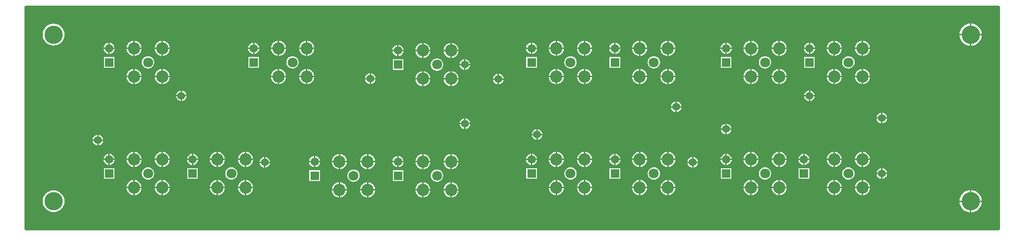
<source format=gtl>
G04*
G04 #@! TF.GenerationSoftware,Altium Limited,Altium Designer,22.3.1 (43)*
G04*
G04 Layer_Physical_Order=1*
G04 Layer_Color=255*
%FSLAX25Y25*%
%MOIN*%
G70*
G04*
G04 #@! TF.SameCoordinates,1231F7E6-A72B-4AA4-91AD-26716E8A39C1*
G04*
G04*
G04 #@! TF.FilePolarity,Positive*
G04*
G01*
G75*
%ADD12C,0.01968*%
%ADD21C,0.07087*%
%ADD22C,0.08661*%
%ADD23R,0.05906X0.05906*%
%ADD24C,0.05906*%
%ADD25C,0.13000*%
%ADD26C,0.05512*%
G36*
X688976Y0D02*
Y-157480D01*
X0Y-157480D01*
Y0D01*
X688976Y0D01*
D02*
G37*
%LPC*%
G36*
X669791Y-11796D02*
Y-19185D01*
X677180D01*
X677077Y-18136D01*
X676625Y-16647D01*
X675892Y-15275D01*
X674904Y-14072D01*
X673702Y-13085D01*
X672329Y-12351D01*
X670840Y-11899D01*
X669791Y-11796D01*
D02*
G37*
G36*
X668791D02*
X667743Y-11899D01*
X666254Y-12351D01*
X664881Y-13085D01*
X663678Y-14072D01*
X662691Y-15275D01*
X661957Y-16647D01*
X661506Y-18136D01*
X661402Y-19185D01*
X668791D01*
Y-11796D01*
D02*
G37*
G36*
X19685Y-11948D02*
X18176Y-12096D01*
X16724Y-12537D01*
X15386Y-13252D01*
X14214Y-14214D01*
X13252Y-15386D01*
X12537Y-16724D01*
X12096Y-18176D01*
X11948Y-19685D01*
X12096Y-21194D01*
X12537Y-22646D01*
X13252Y-23984D01*
X14214Y-25156D01*
X15386Y-26118D01*
X16724Y-26833D01*
X18176Y-27274D01*
X19685Y-27422D01*
X21194Y-27274D01*
X22646Y-26833D01*
X23984Y-26118D01*
X25156Y-25156D01*
X26118Y-23984D01*
X26833Y-22646D01*
X27274Y-21194D01*
X27422Y-19685D01*
X27274Y-18176D01*
X26833Y-16724D01*
X26118Y-15386D01*
X25156Y-14214D01*
X23984Y-13252D01*
X22646Y-12537D01*
X21194Y-12096D01*
X19685Y-11948D01*
D02*
G37*
G36*
X677180Y-20185D02*
X669791D01*
Y-27574D01*
X670840Y-27471D01*
X672329Y-27019D01*
X673702Y-26285D01*
X674904Y-25298D01*
X675892Y-24095D01*
X676625Y-22723D01*
X677077Y-21234D01*
X677180Y-20185D01*
D02*
G37*
G36*
X668791D02*
X661402D01*
X661506Y-21234D01*
X661957Y-22723D01*
X662691Y-24095D01*
X663678Y-25298D01*
X664881Y-26285D01*
X666254Y-27019D01*
X667743Y-27471D01*
X668791Y-27574D01*
Y-20185D01*
D02*
G37*
G36*
X179476Y-24059D02*
Y-28870D01*
X184287D01*
X184170Y-27979D01*
X183633Y-26682D01*
X182778Y-25568D01*
X181665Y-24714D01*
X180368Y-24177D01*
X179476Y-24059D01*
D02*
G37*
G36*
X199476D02*
Y-28870D01*
X204287D01*
X204170Y-27979D01*
X203633Y-26682D01*
X202778Y-25568D01*
X201665Y-24714D01*
X200368Y-24177D01*
X199476Y-24059D01*
D02*
G37*
G36*
X97114D02*
Y-28870D01*
X101925D01*
X101808Y-27979D01*
X101271Y-26682D01*
X100416Y-25568D01*
X99303Y-24714D01*
X98006Y-24177D01*
X97114Y-24059D01*
D02*
G37*
G36*
X77114D02*
Y-28870D01*
X81925D01*
X81808Y-27979D01*
X81271Y-26682D01*
X80416Y-25568D01*
X79303Y-24714D01*
X78006Y-24177D01*
X77114Y-24059D01*
D02*
G37*
G36*
X96114D02*
X95223Y-24177D01*
X93926Y-24714D01*
X92812Y-25568D01*
X91958Y-26682D01*
X91421Y-27979D01*
X91303Y-28870D01*
X96114D01*
Y-24059D01*
D02*
G37*
G36*
X76114D02*
X75223Y-24177D01*
X73926Y-24714D01*
X72812Y-25568D01*
X71958Y-26682D01*
X71421Y-27979D01*
X71303Y-28870D01*
X76114D01*
Y-24059D01*
D02*
G37*
G36*
X178476D02*
X177585Y-24177D01*
X176288Y-24714D01*
X175174Y-25568D01*
X174320Y-26682D01*
X173783Y-27979D01*
X173665Y-28870D01*
X178476D01*
Y-24059D01*
D02*
G37*
G36*
X198476D02*
X197585Y-24177D01*
X196288Y-24714D01*
X195175Y-25568D01*
X194320Y-26682D01*
X193783Y-27979D01*
X193666Y-28870D01*
X198476D01*
Y-24059D01*
D02*
G37*
G36*
X593177D02*
Y-28870D01*
X597988D01*
X597871Y-27979D01*
X597333Y-26682D01*
X596479Y-25568D01*
X595365Y-24714D01*
X594069Y-24177D01*
X593177Y-24059D01*
D02*
G37*
G36*
X573177D02*
Y-28870D01*
X577988D01*
X577871Y-27979D01*
X577333Y-26682D01*
X576479Y-25568D01*
X575365Y-24714D01*
X574069Y-24177D01*
X573177Y-24059D01*
D02*
G37*
G36*
X455382Y-24059D02*
Y-28870D01*
X460193D01*
X460075Y-27979D01*
X459538Y-26682D01*
X458684Y-25568D01*
X457570Y-24714D01*
X456274Y-24177D01*
X455382Y-24059D01*
D02*
G37*
G36*
X435382D02*
Y-28870D01*
X440193D01*
X440075Y-27979D01*
X439538Y-26682D01*
X438684Y-25568D01*
X437570Y-24714D01*
X436273Y-24177D01*
X435382Y-24059D01*
D02*
G37*
G36*
X534122Y-24059D02*
Y-28870D01*
X538933D01*
X538815Y-27979D01*
X538278Y-26682D01*
X537424Y-25568D01*
X536310Y-24714D01*
X535014Y-24177D01*
X534122Y-24059D01*
D02*
G37*
G36*
X514122D02*
Y-28870D01*
X518933D01*
X518816Y-27979D01*
X518278Y-26682D01*
X517424Y-25568D01*
X516310Y-24714D01*
X515014Y-24177D01*
X514122Y-24059D01*
D02*
G37*
G36*
X592177D02*
X591286Y-24177D01*
X589989Y-24714D01*
X588875Y-25568D01*
X588021Y-26682D01*
X587484Y-27979D01*
X587366Y-28870D01*
X592177D01*
Y-24059D01*
D02*
G37*
G36*
X454382Y-24059D02*
X453490Y-24177D01*
X452193Y-24714D01*
X451080Y-25568D01*
X450225Y-26682D01*
X449688Y-27979D01*
X449571Y-28870D01*
X454382D01*
Y-24059D01*
D02*
G37*
G36*
X434382D02*
X433490Y-24177D01*
X432194Y-24714D01*
X431080Y-25568D01*
X430226Y-26682D01*
X429688Y-27979D01*
X429571Y-28870D01*
X434382D01*
Y-24059D01*
D02*
G37*
G36*
X572177Y-24059D02*
X571286Y-24177D01*
X569989Y-24714D01*
X568875Y-25568D01*
X568021Y-26682D01*
X567484Y-27979D01*
X567366Y-28870D01*
X572177D01*
Y-24059D01*
D02*
G37*
G36*
X533122Y-24059D02*
X532231Y-24177D01*
X530934Y-24714D01*
X529820Y-25568D01*
X528966Y-26682D01*
X528429Y-27979D01*
X528311Y-28870D01*
X533122D01*
Y-24059D01*
D02*
G37*
G36*
X513122D02*
X512230Y-24177D01*
X510934Y-24714D01*
X509820Y-25568D01*
X508966Y-26682D01*
X508428Y-27979D01*
X508311Y-28870D01*
X513122D01*
Y-24059D01*
D02*
G37*
G36*
X396327Y-24059D02*
Y-28870D01*
X401138D01*
X401020Y-27979D01*
X400483Y-26682D01*
X399629Y-25568D01*
X398515Y-24714D01*
X397218Y-24177D01*
X396327Y-24059D01*
D02*
G37*
G36*
X376327D02*
Y-28870D01*
X381138D01*
X381020Y-27979D01*
X380483Y-26682D01*
X379629Y-25568D01*
X378515Y-24714D01*
X377218Y-24177D01*
X376327Y-24059D01*
D02*
G37*
G36*
X375327Y-24059D02*
X374435Y-24177D01*
X373138Y-24714D01*
X372025Y-25568D01*
X371170Y-26682D01*
X370633Y-27979D01*
X370516Y-28870D01*
X375327D01*
Y-24059D01*
D02*
G37*
G36*
X395327D02*
X394435Y-24177D01*
X393138Y-24714D01*
X392025Y-25568D01*
X391170Y-26682D01*
X390633Y-27979D01*
X390516Y-28870D01*
X395327D01*
Y-24059D01*
D02*
G37*
G36*
X555618Y-25449D02*
Y-28870D01*
X559039D01*
X558969Y-28338D01*
X558571Y-27377D01*
X557937Y-26551D01*
X557112Y-25917D01*
X556150Y-25519D01*
X555618Y-25449D01*
D02*
G37*
G36*
X417823Y-25449D02*
Y-28870D01*
X421244D01*
X421174Y-28338D01*
X420776Y-27377D01*
X420142Y-26551D01*
X419316Y-25917D01*
X418355Y-25519D01*
X417823Y-25449D01*
D02*
G37*
G36*
X59555Y-25449D02*
Y-28870D01*
X62976D01*
X62906Y-28338D01*
X62508Y-27377D01*
X61874Y-26551D01*
X61049Y-25917D01*
X60087Y-25519D01*
X59555Y-25449D01*
D02*
G37*
G36*
X496563Y-25449D02*
Y-28870D01*
X499984D01*
X499914Y-28338D01*
X499516Y-27377D01*
X498882Y-26551D01*
X498056Y-25917D01*
X497095Y-25519D01*
X496563Y-25449D01*
D02*
G37*
G36*
X58555D02*
X58023Y-25519D01*
X57062Y-25917D01*
X56236Y-26551D01*
X55602Y-27377D01*
X55204Y-28338D01*
X55134Y-28870D01*
X58555D01*
Y-25449D01*
D02*
G37*
G36*
X554618D02*
X554086Y-25519D01*
X553125Y-25917D01*
X552299Y-26551D01*
X551665Y-27377D01*
X551267Y-28338D01*
X551197Y-28870D01*
X554618D01*
Y-25449D01*
D02*
G37*
G36*
X416823Y-25449D02*
X416291Y-25519D01*
X415329Y-25917D01*
X414504Y-26551D01*
X413870Y-27377D01*
X413472Y-28338D01*
X413402Y-28870D01*
X416823D01*
Y-25449D01*
D02*
G37*
G36*
X495563Y-25449D02*
X495031Y-25519D01*
X494069Y-25917D01*
X493244Y-26551D01*
X492610Y-27377D01*
X492212Y-28338D01*
X492142Y-28870D01*
X495563D01*
Y-25449D01*
D02*
G37*
G36*
X358768Y-25449D02*
Y-28870D01*
X362189D01*
X362119Y-28338D01*
X361720Y-27377D01*
X361087Y-26551D01*
X360261Y-25917D01*
X359300Y-25519D01*
X358768Y-25449D01*
D02*
G37*
G36*
X161917D02*
Y-28870D01*
X165338D01*
X165268Y-28338D01*
X164870Y-27377D01*
X164236Y-26551D01*
X163411Y-25917D01*
X162449Y-25519D01*
X161917Y-25449D01*
D02*
G37*
G36*
X357768Y-25449D02*
X357236Y-25519D01*
X356274Y-25917D01*
X355449Y-26551D01*
X354815Y-27377D01*
X354417Y-28338D01*
X354347Y-28870D01*
X357768D01*
Y-25449D01*
D02*
G37*
G36*
X160917D02*
X160385Y-25519D01*
X159424Y-25917D01*
X158598Y-26551D01*
X157965Y-27377D01*
X157566Y-28338D01*
X157496Y-28870D01*
X160917D01*
Y-25449D01*
D02*
G37*
G36*
X264181Y-27023D02*
Y-30444D01*
X267602D01*
X267532Y-29912D01*
X267134Y-28951D01*
X266501Y-28125D01*
X265675Y-27491D01*
X264713Y-27093D01*
X264181Y-27023D01*
D02*
G37*
G36*
X263181Y-27023D02*
X262649Y-27093D01*
X261688Y-27491D01*
X260862Y-28125D01*
X260229Y-28951D01*
X259830Y-29912D01*
X259760Y-30444D01*
X263181D01*
Y-27023D01*
D02*
G37*
G36*
X301741Y-25633D02*
Y-30444D01*
X306551D01*
X306434Y-29552D01*
X305897Y-28256D01*
X305042Y-27142D01*
X303929Y-26288D01*
X302632Y-25750D01*
X301741Y-25633D01*
D02*
G37*
G36*
X281740D02*
Y-30444D01*
X286551D01*
X286434Y-29552D01*
X285897Y-28256D01*
X285042Y-27142D01*
X283929Y-26288D01*
X282632Y-25750D01*
X281740Y-25633D01*
D02*
G37*
G36*
X280740Y-25633D02*
X279849Y-25750D01*
X278552Y-26288D01*
X277438Y-27142D01*
X276584Y-28256D01*
X276047Y-29552D01*
X275930Y-30444D01*
X280740D01*
Y-25633D01*
D02*
G37*
G36*
X300741D02*
X299849Y-25750D01*
X298552Y-26288D01*
X297439Y-27142D01*
X296584Y-28256D01*
X296047Y-29552D01*
X295930Y-30444D01*
X300741D01*
Y-25633D01*
D02*
G37*
G36*
X416823Y-29870D02*
X413402D01*
X413472Y-30402D01*
X413870Y-31363D01*
X414504Y-32189D01*
X415329Y-32823D01*
X416291Y-33221D01*
X416823Y-33291D01*
Y-29870D01*
D02*
G37*
G36*
X421244D02*
X417823D01*
Y-33291D01*
X418355Y-33221D01*
X419316Y-32823D01*
X420142Y-32189D01*
X420776Y-31363D01*
X421174Y-30402D01*
X421244Y-29870D01*
D02*
G37*
G36*
X357768Y-29870D02*
X354347D01*
X354417Y-30402D01*
X354815Y-31363D01*
X355449Y-32189D01*
X356274Y-32823D01*
X357236Y-33221D01*
X357768Y-33291D01*
Y-29870D01*
D02*
G37*
G36*
X160917D02*
X157496D01*
X157566Y-30402D01*
X157965Y-31363D01*
X158598Y-32189D01*
X159424Y-32823D01*
X160385Y-33221D01*
X160917Y-33291D01*
Y-29870D01*
D02*
G37*
G36*
X58555Y-29870D02*
X55134D01*
X55204Y-30402D01*
X55602Y-31363D01*
X56236Y-32189D01*
X57062Y-32823D01*
X58023Y-33221D01*
X58555Y-33291D01*
Y-29870D01*
D02*
G37*
G36*
X554618D02*
X551197D01*
X551267Y-30402D01*
X551665Y-31363D01*
X552299Y-32189D01*
X553125Y-32823D01*
X554086Y-33221D01*
X554618Y-33291D01*
Y-29870D01*
D02*
G37*
G36*
X62976D02*
X59555D01*
Y-33291D01*
X60087Y-33221D01*
X61049Y-32823D01*
X61874Y-32189D01*
X62508Y-31363D01*
X62906Y-30402D01*
X62976Y-29870D01*
D02*
G37*
G36*
X559039D02*
X555618D01*
Y-33291D01*
X556150Y-33221D01*
X557112Y-32823D01*
X557937Y-32189D01*
X558571Y-31363D01*
X558969Y-30402D01*
X559039Y-29870D01*
D02*
G37*
G36*
X495563D02*
X492142D01*
X492212Y-30402D01*
X492610Y-31363D01*
X493244Y-32189D01*
X494069Y-32823D01*
X495031Y-33221D01*
X495563Y-33291D01*
Y-29870D01*
D02*
G37*
G36*
X165338Y-29870D02*
X161917D01*
Y-33291D01*
X162449Y-33221D01*
X163411Y-32823D01*
X164236Y-32189D01*
X164870Y-31363D01*
X165268Y-30402D01*
X165338Y-29870D01*
D02*
G37*
G36*
X362189D02*
X358768D01*
Y-33291D01*
X359300Y-33221D01*
X360261Y-32823D01*
X361087Y-32189D01*
X361720Y-31363D01*
X362119Y-30402D01*
X362189Y-29870D01*
D02*
G37*
G36*
X499984Y-29870D02*
X496563D01*
Y-33291D01*
X497095Y-33221D01*
X498056Y-32823D01*
X498882Y-32189D01*
X499516Y-31363D01*
X499914Y-30402D01*
X499984Y-29870D01*
D02*
G37*
G36*
X440193Y-29870D02*
X435382D01*
Y-34681D01*
X436273Y-34564D01*
X437570Y-34026D01*
X438684Y-33172D01*
X439538Y-32058D01*
X440075Y-30762D01*
X440193Y-29870D01*
D02*
G37*
G36*
X460193D02*
X455382D01*
Y-34681D01*
X456274Y-34564D01*
X457570Y-34026D01*
X458684Y-33172D01*
X459538Y-32058D01*
X460075Y-30762D01*
X460193Y-29870D01*
D02*
G37*
G36*
X454382D02*
X449571D01*
X449688Y-30762D01*
X450225Y-32058D01*
X451080Y-33172D01*
X452193Y-34026D01*
X453490Y-34564D01*
X454382Y-34681D01*
Y-29870D01*
D02*
G37*
G36*
X434382D02*
X429571D01*
X429688Y-30762D01*
X430226Y-32058D01*
X431080Y-33172D01*
X432194Y-34026D01*
X433490Y-34564D01*
X434382Y-34681D01*
Y-29870D01*
D02*
G37*
G36*
X204287Y-29870D02*
X199476D01*
Y-34681D01*
X200368Y-34564D01*
X201665Y-34026D01*
X202778Y-33172D01*
X203633Y-32058D01*
X204170Y-30762D01*
X204287Y-29870D01*
D02*
G37*
G36*
X184287D02*
X179476D01*
Y-34681D01*
X180368Y-34564D01*
X181665Y-34026D01*
X182778Y-33172D01*
X183633Y-32058D01*
X184170Y-30762D01*
X184287Y-29870D01*
D02*
G37*
G36*
X395327Y-29870D02*
X390516D01*
X390633Y-30762D01*
X391170Y-32058D01*
X392025Y-33172D01*
X393138Y-34026D01*
X394435Y-34564D01*
X395327Y-34681D01*
Y-29870D01*
D02*
G37*
G36*
X375327D02*
X370516D01*
X370633Y-30762D01*
X371170Y-32058D01*
X372025Y-33172D01*
X373138Y-34026D01*
X374435Y-34564D01*
X375327Y-34681D01*
Y-29870D01*
D02*
G37*
G36*
X592177Y-29870D02*
X587366D01*
X587484Y-30762D01*
X588021Y-32058D01*
X588875Y-33172D01*
X589989Y-34026D01*
X591286Y-34564D01*
X592177Y-34681D01*
Y-29870D01*
D02*
G37*
G36*
X572177D02*
X567366D01*
X567484Y-30762D01*
X568021Y-32058D01*
X568875Y-33172D01*
X569989Y-34026D01*
X571286Y-34564D01*
X572177Y-34681D01*
Y-29870D01*
D02*
G37*
G36*
X101925Y-29870D02*
X97114D01*
Y-34681D01*
X98006Y-34564D01*
X99303Y-34026D01*
X100416Y-33172D01*
X101271Y-32058D01*
X101808Y-30762D01*
X101925Y-29870D01*
D02*
G37*
G36*
X81925D02*
X77114D01*
Y-34681D01*
X78006Y-34564D01*
X79303Y-34026D01*
X80416Y-33172D01*
X81271Y-32058D01*
X81808Y-30762D01*
X81925Y-29870D01*
D02*
G37*
G36*
X96114D02*
X91303D01*
X91421Y-30762D01*
X91958Y-32058D01*
X92812Y-33172D01*
X93926Y-34026D01*
X95223Y-34564D01*
X96114Y-34681D01*
Y-29870D01*
D02*
G37*
G36*
X76114D02*
X71303D01*
X71421Y-30762D01*
X71958Y-32058D01*
X72812Y-33172D01*
X73926Y-34026D01*
X75223Y-34564D01*
X76114Y-34681D01*
Y-29870D01*
D02*
G37*
G36*
X597988Y-29870D02*
X593177D01*
Y-34681D01*
X594069Y-34564D01*
X595365Y-34026D01*
X596479Y-33172D01*
X597333Y-32058D01*
X597871Y-30762D01*
X597988Y-29870D01*
D02*
G37*
G36*
X577988D02*
X573177D01*
Y-34681D01*
X574069Y-34564D01*
X575365Y-34026D01*
X576479Y-33172D01*
X577333Y-32058D01*
X577871Y-30762D01*
X577988Y-29870D01*
D02*
G37*
G36*
X401138Y-29870D02*
X396327D01*
Y-34681D01*
X397218Y-34564D01*
X398515Y-34026D01*
X399629Y-33172D01*
X400483Y-32058D01*
X401020Y-30762D01*
X401138Y-29870D01*
D02*
G37*
G36*
X381138D02*
X376327D01*
Y-34681D01*
X377218Y-34564D01*
X378515Y-34026D01*
X379629Y-33172D01*
X380483Y-32058D01*
X381020Y-30762D01*
X381138Y-29870D01*
D02*
G37*
G36*
X198476Y-29870D02*
X193666D01*
X193783Y-30762D01*
X194320Y-32058D01*
X195175Y-33172D01*
X196288Y-34026D01*
X197585Y-34564D01*
X198476Y-34681D01*
Y-29870D01*
D02*
G37*
G36*
X178476D02*
X173665D01*
X173783Y-30762D01*
X174320Y-32058D01*
X175174Y-33172D01*
X176288Y-34026D01*
X177585Y-34564D01*
X178476Y-34681D01*
Y-29870D01*
D02*
G37*
G36*
X533122Y-29870D02*
X528311D01*
X528429Y-30762D01*
X528966Y-32058D01*
X529820Y-33172D01*
X530934Y-34027D01*
X532231Y-34564D01*
X533122Y-34681D01*
Y-29870D01*
D02*
G37*
G36*
X513122D02*
X508311D01*
X508428Y-30762D01*
X508966Y-32058D01*
X509820Y-33172D01*
X510934Y-34027D01*
X512230Y-34564D01*
X513122Y-34681D01*
Y-29870D01*
D02*
G37*
G36*
X538933D02*
X534122D01*
Y-34681D01*
X535014Y-34564D01*
X536310Y-34027D01*
X537424Y-33172D01*
X538278Y-32058D01*
X538815Y-30762D01*
X538933Y-29870D01*
D02*
G37*
G36*
X518933D02*
X514122D01*
Y-34681D01*
X515014Y-34564D01*
X516310Y-34027D01*
X517424Y-33172D01*
X518278Y-32058D01*
X518816Y-30762D01*
X518933Y-29870D01*
D02*
G37*
G36*
X267602Y-31444D02*
X264181D01*
Y-34865D01*
X264713Y-34795D01*
X265675Y-34397D01*
X266501Y-33763D01*
X267134Y-32937D01*
X267532Y-31976D01*
X267602Y-31444D01*
D02*
G37*
G36*
X263181D02*
X259760D01*
X259830Y-31976D01*
X260229Y-32937D01*
X260862Y-33763D01*
X261688Y-34397D01*
X262649Y-34795D01*
X263181Y-34865D01*
Y-31444D01*
D02*
G37*
G36*
X306551Y-31444D02*
X301741D01*
Y-36255D01*
X302632Y-36138D01*
X303929Y-35600D01*
X305042Y-34746D01*
X305897Y-33632D01*
X306434Y-32336D01*
X306551Y-31444D01*
D02*
G37*
G36*
X286551D02*
X281740D01*
Y-36255D01*
X282632Y-36138D01*
X283929Y-35600D01*
X285042Y-34746D01*
X285897Y-33632D01*
X286434Y-32336D01*
X286551Y-31444D01*
D02*
G37*
G36*
X300741D02*
X295930D01*
X296047Y-32336D01*
X296584Y-33632D01*
X297439Y-34746D01*
X298552Y-35600D01*
X299849Y-36138D01*
X300741Y-36255D01*
Y-31444D01*
D02*
G37*
G36*
X280740D02*
X275930D01*
X276047Y-32336D01*
X276584Y-33632D01*
X277438Y-34746D01*
X278552Y-35600D01*
X279849Y-36138D01*
X280740Y-36255D01*
Y-31444D01*
D02*
G37*
G36*
X311425Y-37222D02*
Y-40444D01*
X314648D01*
X314585Y-39963D01*
X314206Y-39050D01*
X313604Y-38265D01*
X312820Y-37663D01*
X311906Y-37285D01*
X311425Y-37222D01*
D02*
G37*
G36*
X310425D02*
X309945Y-37285D01*
X309031Y-37663D01*
X308247Y-38265D01*
X307645Y-39050D01*
X307266Y-39963D01*
X307203Y-40444D01*
X310425D01*
Y-37222D01*
D02*
G37*
G36*
X421076Y-35617D02*
X413570D01*
Y-43123D01*
X421076D01*
Y-35617D01*
D02*
G37*
G36*
X558871Y-35617D02*
X551365D01*
Y-43123D01*
X558871D01*
Y-35617D01*
D02*
G37*
G36*
X362020D02*
X354515D01*
Y-43123D01*
X362020D01*
Y-35617D01*
D02*
G37*
G36*
X165170D02*
X157665D01*
Y-43123D01*
X165170D01*
Y-35617D01*
D02*
G37*
G36*
X62808D02*
X55302D01*
Y-43123D01*
X62808D01*
Y-35617D01*
D02*
G37*
G36*
X499816Y-35617D02*
X492310D01*
Y-43123D01*
X499816D01*
Y-35617D01*
D02*
G37*
G36*
X444882Y-34989D02*
X443748Y-35139D01*
X442692Y-35576D01*
X441784Y-36272D01*
X441088Y-37180D01*
X440650Y-38236D01*
X440501Y-39370D01*
X440650Y-40504D01*
X441088Y-41561D01*
X441784Y-42468D01*
X442692Y-43164D01*
X443748Y-43602D01*
X444882Y-43751D01*
X446016Y-43602D01*
X447072Y-43164D01*
X447980Y-42468D01*
X448676Y-41561D01*
X449113Y-40504D01*
X449263Y-39370D01*
X449113Y-38236D01*
X448676Y-37180D01*
X447980Y-36272D01*
X447072Y-35576D01*
X446016Y-35139D01*
X444882Y-34989D01*
D02*
G37*
G36*
X582677Y-34989D02*
X581543Y-35139D01*
X580487Y-35576D01*
X579579Y-36272D01*
X578883Y-37180D01*
X578446Y-38236D01*
X578296Y-39370D01*
X578446Y-40504D01*
X578883Y-41561D01*
X579579Y-42468D01*
X580487Y-43164D01*
X581543Y-43602D01*
X582677Y-43751D01*
X583811Y-43602D01*
X584868Y-43164D01*
X585775Y-42468D01*
X586471Y-41561D01*
X586909Y-40504D01*
X587058Y-39370D01*
X586909Y-38236D01*
X586471Y-37180D01*
X585775Y-36272D01*
X584868Y-35576D01*
X583811Y-35139D01*
X582677Y-34989D01*
D02*
G37*
G36*
X385827D02*
X384693Y-35139D01*
X383636Y-35576D01*
X382729Y-36272D01*
X382033Y-37180D01*
X381595Y-38236D01*
X381446Y-39370D01*
X381595Y-40504D01*
X382033Y-41561D01*
X382729Y-42468D01*
X383636Y-43164D01*
X384693Y-43602D01*
X385827Y-43751D01*
X386961Y-43602D01*
X388017Y-43164D01*
X388924Y-42468D01*
X389621Y-41561D01*
X390058Y-40504D01*
X390208Y-39370D01*
X390058Y-38236D01*
X389621Y-37180D01*
X388924Y-36272D01*
X388017Y-35576D01*
X386961Y-35139D01*
X385827Y-34989D01*
D02*
G37*
G36*
X188976D02*
X187843Y-35139D01*
X186786Y-35576D01*
X185879Y-36272D01*
X185182Y-37180D01*
X184745Y-38236D01*
X184596Y-39370D01*
X184745Y-40504D01*
X185182Y-41561D01*
X185879Y-42468D01*
X186786Y-43164D01*
X187843Y-43602D01*
X188976Y-43751D01*
X190110Y-43602D01*
X191167Y-43164D01*
X192074Y-42468D01*
X192770Y-41561D01*
X193208Y-40504D01*
X193357Y-39370D01*
X193208Y-38236D01*
X192770Y-37180D01*
X192074Y-36272D01*
X191167Y-35576D01*
X190110Y-35139D01*
X188976Y-34989D01*
D02*
G37*
G36*
X86614D02*
X85480Y-35139D01*
X84424Y-35576D01*
X83517Y-36272D01*
X82820Y-37180D01*
X82383Y-38236D01*
X82233Y-39370D01*
X82383Y-40504D01*
X82820Y-41561D01*
X83517Y-42468D01*
X84424Y-43164D01*
X85480Y-43602D01*
X86614Y-43751D01*
X87748Y-43602D01*
X88805Y-43164D01*
X89712Y-42468D01*
X90408Y-41561D01*
X90846Y-40504D01*
X90995Y-39370D01*
X90846Y-38236D01*
X90408Y-37180D01*
X89712Y-36272D01*
X88805Y-35576D01*
X87748Y-35139D01*
X86614Y-34989D01*
D02*
G37*
G36*
X523622Y-34989D02*
X522488Y-35139D01*
X521432Y-35576D01*
X520524Y-36272D01*
X519828Y-37180D01*
X519390Y-38236D01*
X519241Y-39370D01*
X519390Y-40504D01*
X519828Y-41561D01*
X520524Y-42468D01*
X521432Y-43164D01*
X522488Y-43602D01*
X523622Y-43751D01*
X524756Y-43602D01*
X525812Y-43164D01*
X526720Y-42468D01*
X527416Y-41561D01*
X527853Y-40504D01*
X528003Y-39370D01*
X527853Y-38236D01*
X527416Y-37180D01*
X526720Y-36272D01*
X525812Y-35576D01*
X524756Y-35139D01*
X523622Y-34989D01*
D02*
G37*
G36*
X314648Y-41444D02*
X311425D01*
Y-44666D01*
X311906Y-44603D01*
X312820Y-44225D01*
X313604Y-43623D01*
X314206Y-42838D01*
X314585Y-41925D01*
X314648Y-41444D01*
D02*
G37*
G36*
X310425D02*
X307203D01*
X307266Y-41925D01*
X307645Y-42838D01*
X308247Y-43623D01*
X309031Y-44225D01*
X309945Y-44603D01*
X310425Y-44666D01*
Y-41444D01*
D02*
G37*
G36*
X267434Y-37191D02*
X259929D01*
Y-44697D01*
X267434D01*
Y-37191D01*
D02*
G37*
G36*
X291241Y-36563D02*
X290107Y-36713D01*
X289050Y-37150D01*
X288143Y-37846D01*
X287447Y-38754D01*
X287009Y-39810D01*
X286860Y-40944D01*
X287009Y-42078D01*
X287447Y-43134D01*
X288143Y-44042D01*
X289050Y-44738D01*
X290107Y-45175D01*
X291241Y-45325D01*
X292374Y-45175D01*
X293431Y-44738D01*
X294338Y-44042D01*
X295034Y-43134D01*
X295472Y-42078D01*
X295621Y-40944D01*
X295472Y-39810D01*
X295034Y-38754D01*
X294338Y-37846D01*
X293431Y-37150D01*
X292374Y-36713D01*
X291241Y-36563D01*
D02*
G37*
G36*
X455382Y-44059D02*
Y-48870D01*
X460193D01*
X460075Y-47978D01*
X459538Y-46682D01*
X458684Y-45568D01*
X457570Y-44714D01*
X456274Y-44177D01*
X455382Y-44059D01*
D02*
G37*
G36*
X435382D02*
Y-48870D01*
X440193D01*
X440075Y-47978D01*
X439538Y-46682D01*
X438684Y-45568D01*
X437570Y-44714D01*
X436273Y-44177D01*
X435382Y-44059D01*
D02*
G37*
G36*
X454382D02*
X453490Y-44177D01*
X452193Y-44714D01*
X451080Y-45568D01*
X450225Y-46682D01*
X449688Y-47978D01*
X449571Y-48870D01*
X454382D01*
Y-44059D01*
D02*
G37*
G36*
X434382D02*
X433490Y-44177D01*
X432194Y-44714D01*
X431080Y-45568D01*
X430226Y-46682D01*
X429688Y-47978D01*
X429571Y-48870D01*
X434382D01*
Y-44059D01*
D02*
G37*
G36*
X593177Y-44059D02*
Y-48870D01*
X597988D01*
X597871Y-47978D01*
X597333Y-46682D01*
X596479Y-45568D01*
X595365Y-44714D01*
X594069Y-44177D01*
X593177Y-44059D01*
D02*
G37*
G36*
X573177D02*
Y-48870D01*
X577988D01*
X577871Y-47978D01*
X577333Y-46682D01*
X576479Y-45568D01*
X575365Y-44714D01*
X574069Y-44177D01*
X573177Y-44059D01*
D02*
G37*
G36*
X534122Y-44059D02*
Y-48870D01*
X538933D01*
X538815Y-47978D01*
X538278Y-46682D01*
X537424Y-45568D01*
X536310Y-44714D01*
X535014Y-44177D01*
X534122Y-44059D01*
D02*
G37*
G36*
X514122D02*
Y-48870D01*
X518933D01*
X518816Y-47978D01*
X518278Y-46682D01*
X517424Y-45568D01*
X516310Y-44714D01*
X515014Y-44177D01*
X514122Y-44059D01*
D02*
G37*
G36*
X533122Y-44059D02*
X532231Y-44177D01*
X530934Y-44714D01*
X529820Y-45568D01*
X528966Y-46682D01*
X528429Y-47978D01*
X528311Y-48870D01*
X533122D01*
Y-44059D01*
D02*
G37*
G36*
X513122D02*
X512230Y-44177D01*
X510934Y-44714D01*
X509820Y-45568D01*
X508966Y-46682D01*
X508428Y-47978D01*
X508311Y-48870D01*
X513122D01*
Y-44059D01*
D02*
G37*
G36*
X592177Y-44059D02*
X591286Y-44177D01*
X589989Y-44714D01*
X588875Y-45568D01*
X588021Y-46682D01*
X587484Y-47978D01*
X587366Y-48870D01*
X592177D01*
Y-44059D01*
D02*
G37*
G36*
X572177D02*
X571286Y-44177D01*
X569989Y-44714D01*
X568875Y-45568D01*
X568021Y-46682D01*
X567484Y-47978D01*
X567366Y-48870D01*
X572177D01*
Y-44059D01*
D02*
G37*
G36*
X396327Y-44059D02*
Y-48870D01*
X401138D01*
X401020Y-47978D01*
X400483Y-46682D01*
X399629Y-45568D01*
X398515Y-44714D01*
X397218Y-44177D01*
X396327Y-44059D01*
D02*
G37*
G36*
X376327D02*
Y-48870D01*
X381138D01*
X381020Y-47978D01*
X380483Y-46682D01*
X379629Y-45568D01*
X378515Y-44714D01*
X377218Y-44177D01*
X376327Y-44059D01*
D02*
G37*
G36*
X375327Y-44059D02*
X374435Y-44177D01*
X373138Y-44714D01*
X372025Y-45568D01*
X371170Y-46682D01*
X370633Y-47978D01*
X370516Y-48870D01*
X375327D01*
Y-44059D01*
D02*
G37*
G36*
X395327D02*
X394435Y-44177D01*
X393138Y-44714D01*
X392025Y-45568D01*
X391170Y-46682D01*
X390633Y-47978D01*
X390516Y-48870D01*
X395327D01*
Y-44059D01*
D02*
G37*
G36*
X199476Y-44059D02*
Y-48870D01*
X204287D01*
X204170Y-47978D01*
X203633Y-46682D01*
X202778Y-45568D01*
X201665Y-44714D01*
X200368Y-44177D01*
X199476Y-44059D01*
D02*
G37*
G36*
X179476D02*
Y-48870D01*
X184287D01*
X184170Y-47978D01*
X183633Y-46682D01*
X182778Y-45568D01*
X181665Y-44714D01*
X180368Y-44177D01*
X179476Y-44059D01*
D02*
G37*
G36*
X97114D02*
Y-48870D01*
X101925D01*
X101808Y-47978D01*
X101271Y-46682D01*
X100416Y-45568D01*
X99303Y-44714D01*
X98006Y-44177D01*
X97114Y-44059D01*
D02*
G37*
G36*
X77114D02*
Y-48870D01*
X81925D01*
X81808Y-47978D01*
X81271Y-46682D01*
X80416Y-45568D01*
X79303Y-44714D01*
X78006Y-44177D01*
X77114Y-44059D01*
D02*
G37*
G36*
X96114D02*
X95223Y-44177D01*
X93926Y-44714D01*
X92812Y-45568D01*
X91958Y-46682D01*
X91421Y-47978D01*
X91303Y-48870D01*
X96114D01*
Y-44059D01*
D02*
G37*
G36*
X76114D02*
X75223Y-44177D01*
X73926Y-44714D01*
X72812Y-45568D01*
X71958Y-46682D01*
X71421Y-47978D01*
X71303Y-48870D01*
X76114D01*
Y-44059D01*
D02*
G37*
G36*
X198476D02*
X197585Y-44177D01*
X196288Y-44714D01*
X195175Y-45568D01*
X194320Y-46682D01*
X193783Y-47978D01*
X193666Y-48870D01*
X198476D01*
Y-44059D01*
D02*
G37*
G36*
X178476D02*
X177585Y-44177D01*
X176288Y-44714D01*
X175174Y-45568D01*
X174320Y-46682D01*
X173783Y-47978D01*
X173665Y-48870D01*
X178476D01*
Y-44059D01*
D02*
G37*
G36*
X244595Y-47221D02*
Y-50444D01*
X247817D01*
X247754Y-49964D01*
X247375Y-49050D01*
X246773Y-48265D01*
X245989Y-47663D01*
X245075Y-47285D01*
X244595Y-47221D01*
D02*
G37*
G36*
X243595D02*
X243114Y-47285D01*
X242200Y-47663D01*
X241416Y-48265D01*
X240814Y-49050D01*
X240435Y-49964D01*
X240372Y-50444D01*
X243595D01*
Y-47221D01*
D02*
G37*
G36*
X301741Y-45633D02*
Y-50444D01*
X306551D01*
X306434Y-49552D01*
X305897Y-48256D01*
X305042Y-47142D01*
X303929Y-46288D01*
X302632Y-45750D01*
X301741Y-45633D01*
D02*
G37*
G36*
X281740D02*
Y-50444D01*
X286551D01*
X286434Y-49552D01*
X285897Y-48256D01*
X285042Y-47142D01*
X283929Y-46288D01*
X282632Y-45750D01*
X281740Y-45633D01*
D02*
G37*
G36*
X280740Y-45633D02*
X279849Y-45750D01*
X278552Y-46288D01*
X277438Y-47142D01*
X276584Y-48256D01*
X276047Y-49552D01*
X275930Y-50444D01*
X280740D01*
Y-45633D01*
D02*
G37*
G36*
X300741D02*
X299849Y-45750D01*
X298552Y-46288D01*
X297439Y-47142D01*
X296584Y-48256D01*
X296047Y-49552D01*
X295930Y-50444D01*
X300741D01*
Y-45633D01*
D02*
G37*
G36*
X335146Y-47459D02*
Y-50681D01*
X338368D01*
X338305Y-50201D01*
X337926Y-49287D01*
X337324Y-48502D01*
X336540Y-47900D01*
X335626Y-47522D01*
X335146Y-47459D01*
D02*
G37*
G36*
X334146D02*
X333665Y-47522D01*
X332751Y-47900D01*
X331967Y-48502D01*
X331365Y-49287D01*
X330986Y-50201D01*
X330923Y-50681D01*
X334146D01*
Y-47459D01*
D02*
G37*
G36*
X247817Y-51444D02*
X244595D01*
Y-54667D01*
X245075Y-54603D01*
X245989Y-54225D01*
X246773Y-53623D01*
X247375Y-52838D01*
X247754Y-51925D01*
X247817Y-51444D01*
D02*
G37*
G36*
X243595D02*
X240372D01*
X240435Y-51925D01*
X240814Y-52838D01*
X241416Y-53623D01*
X242200Y-54225D01*
X243114Y-54603D01*
X243595Y-54667D01*
Y-51444D01*
D02*
G37*
G36*
X460193Y-49870D02*
X455382D01*
Y-54681D01*
X456274Y-54564D01*
X457570Y-54026D01*
X458684Y-53172D01*
X459538Y-52058D01*
X460075Y-50762D01*
X460193Y-49870D01*
D02*
G37*
G36*
X440193D02*
X435382D01*
Y-54681D01*
X436273Y-54564D01*
X437570Y-54026D01*
X438684Y-53172D01*
X439538Y-52058D01*
X440075Y-50762D01*
X440193Y-49870D01*
D02*
G37*
G36*
X454382D02*
X449571D01*
X449688Y-50762D01*
X450225Y-52058D01*
X451080Y-53172D01*
X452193Y-54026D01*
X453490Y-54564D01*
X454382Y-54681D01*
Y-49870D01*
D02*
G37*
G36*
X434382D02*
X429571D01*
X429688Y-50762D01*
X430226Y-52058D01*
X431080Y-53172D01*
X432194Y-54026D01*
X433490Y-54564D01*
X434382Y-54681D01*
Y-49870D01*
D02*
G37*
G36*
X597988Y-49870D02*
X593177D01*
Y-54681D01*
X594069Y-54564D01*
X595365Y-54026D01*
X596479Y-53172D01*
X597333Y-52058D01*
X597871Y-50762D01*
X597988Y-49870D01*
D02*
G37*
G36*
X577988D02*
X573177D01*
Y-54681D01*
X574069Y-54564D01*
X575365Y-54026D01*
X576479Y-53172D01*
X577333Y-52058D01*
X577871Y-50762D01*
X577988Y-49870D01*
D02*
G37*
G36*
X204287Y-49870D02*
X199476D01*
Y-54681D01*
X200368Y-54564D01*
X201665Y-54026D01*
X202778Y-53172D01*
X203633Y-52058D01*
X204170Y-50762D01*
X204287Y-49870D01*
D02*
G37*
G36*
X184287D02*
X179476D01*
Y-54681D01*
X180368Y-54564D01*
X181665Y-54026D01*
X182778Y-53172D01*
X183633Y-52058D01*
X184170Y-50762D01*
X184287Y-49870D01*
D02*
G37*
G36*
X401138Y-49870D02*
X396327D01*
Y-54681D01*
X397218Y-54564D01*
X398515Y-54026D01*
X399629Y-53172D01*
X400483Y-52058D01*
X401020Y-50762D01*
X401138Y-49870D01*
D02*
G37*
G36*
X381138D02*
X376327D01*
Y-54681D01*
X377218Y-54564D01*
X378515Y-54026D01*
X379629Y-53172D01*
X380483Y-52058D01*
X381020Y-50762D01*
X381138Y-49870D01*
D02*
G37*
G36*
X101925Y-49870D02*
X97114D01*
Y-54681D01*
X98006Y-54564D01*
X99303Y-54026D01*
X100416Y-53172D01*
X101271Y-52058D01*
X101808Y-50762D01*
X101925Y-49870D01*
D02*
G37*
G36*
X81925D02*
X77114D01*
Y-54681D01*
X78006Y-54564D01*
X79303Y-54026D01*
X80416Y-53172D01*
X81271Y-52058D01*
X81808Y-50762D01*
X81925Y-49870D01*
D02*
G37*
G36*
X96114D02*
X91303D01*
X91421Y-50762D01*
X91958Y-52058D01*
X92812Y-53172D01*
X93926Y-54026D01*
X95223Y-54564D01*
X96114Y-54681D01*
Y-49870D01*
D02*
G37*
G36*
X76114D02*
X71303D01*
X71421Y-50762D01*
X71958Y-52058D01*
X72812Y-53172D01*
X73926Y-54026D01*
X75223Y-54564D01*
X76114Y-54681D01*
Y-49870D01*
D02*
G37*
G36*
X375327Y-49870D02*
X370516D01*
X370633Y-50762D01*
X371170Y-52058D01*
X372025Y-53172D01*
X373138Y-54026D01*
X374435Y-54564D01*
X375327Y-54681D01*
Y-49870D01*
D02*
G37*
G36*
X395327D02*
X390516D01*
X390633Y-50762D01*
X391170Y-52058D01*
X392025Y-53172D01*
X393138Y-54026D01*
X394435Y-54564D01*
X395327Y-54681D01*
Y-49870D01*
D02*
G37*
G36*
X198476Y-49870D02*
X193666D01*
X193783Y-50762D01*
X194320Y-52058D01*
X195175Y-53172D01*
X196288Y-54026D01*
X197585Y-54564D01*
X198476Y-54681D01*
Y-49870D01*
D02*
G37*
G36*
X178476D02*
X173665D01*
X173783Y-50762D01*
X174320Y-52058D01*
X175174Y-53172D01*
X176288Y-54026D01*
X177585Y-54564D01*
X178476Y-54681D01*
Y-49870D01*
D02*
G37*
G36*
X592177Y-49870D02*
X587366D01*
X587484Y-50762D01*
X588021Y-52058D01*
X588875Y-53172D01*
X589989Y-54026D01*
X591286Y-54564D01*
X592177Y-54681D01*
Y-49870D01*
D02*
G37*
G36*
X572177D02*
X567366D01*
X567484Y-50762D01*
X568021Y-52058D01*
X568875Y-53172D01*
X569989Y-54026D01*
X571286Y-54564D01*
X572177Y-54681D01*
Y-49870D01*
D02*
G37*
G36*
X538933D02*
X534122D01*
Y-54681D01*
X535014Y-54564D01*
X536310Y-54027D01*
X537424Y-53172D01*
X538278Y-52059D01*
X538815Y-50762D01*
X538933Y-49870D01*
D02*
G37*
G36*
X518933D02*
X514122D01*
Y-54681D01*
X515014Y-54564D01*
X516310Y-54027D01*
X517424Y-53172D01*
X518278Y-52059D01*
X518816Y-50762D01*
X518933Y-49870D01*
D02*
G37*
G36*
X533122D02*
X528311D01*
X528429Y-50762D01*
X528966Y-52059D01*
X529820Y-53172D01*
X530934Y-54027D01*
X532231Y-54564D01*
X533122Y-54681D01*
Y-49870D01*
D02*
G37*
G36*
X513122D02*
X508311D01*
X508428Y-50762D01*
X508966Y-52059D01*
X509820Y-53172D01*
X510934Y-54027D01*
X512230Y-54564D01*
X513122Y-54681D01*
Y-49870D01*
D02*
G37*
G36*
X338368Y-51681D02*
X335146D01*
Y-54904D01*
X335626Y-54840D01*
X336540Y-54462D01*
X337324Y-53860D01*
X337926Y-53075D01*
X338305Y-52162D01*
X338368Y-51681D01*
D02*
G37*
G36*
X334146D02*
X330923D01*
X330986Y-52162D01*
X331365Y-53075D01*
X331967Y-53860D01*
X332751Y-54462D01*
X333665Y-54840D01*
X334146Y-54904D01*
Y-51681D01*
D02*
G37*
G36*
X306551Y-51444D02*
X301741D01*
Y-56255D01*
X302632Y-56138D01*
X303929Y-55600D01*
X305042Y-54746D01*
X305897Y-53632D01*
X306434Y-52336D01*
X306551Y-51444D01*
D02*
G37*
G36*
X286551D02*
X281740D01*
Y-56255D01*
X282632Y-56138D01*
X283929Y-55600D01*
X285042Y-54746D01*
X285897Y-53632D01*
X286434Y-52336D01*
X286551Y-51444D01*
D02*
G37*
G36*
X280740D02*
X275930D01*
X276047Y-52336D01*
X276584Y-53632D01*
X277438Y-54746D01*
X278552Y-55600D01*
X279849Y-56138D01*
X280740Y-56255D01*
Y-51444D01*
D02*
G37*
G36*
X300741D02*
X295930D01*
X296047Y-52336D01*
X296584Y-53632D01*
X297439Y-54746D01*
X298552Y-55600D01*
X299849Y-56138D01*
X300741Y-56255D01*
Y-51444D01*
D02*
G37*
G36*
X555618Y-59270D02*
Y-62492D01*
X558841D01*
X558777Y-62012D01*
X558399Y-61098D01*
X557797Y-60313D01*
X557012Y-59711D01*
X556099Y-59333D01*
X555618Y-59270D01*
D02*
G37*
G36*
X554618D02*
X554138Y-59333D01*
X553224Y-59711D01*
X552439Y-60313D01*
X551837Y-61098D01*
X551459Y-62012D01*
X551396Y-62492D01*
X554618D01*
Y-59270D01*
D02*
G37*
G36*
X110736D02*
Y-62492D01*
X113959D01*
X113895Y-62012D01*
X113517Y-61098D01*
X112915Y-60313D01*
X112130Y-59711D01*
X111217Y-59333D01*
X110736Y-59270D01*
D02*
G37*
G36*
X109736D02*
X109256Y-59333D01*
X108342Y-59711D01*
X107557Y-60313D01*
X106955Y-61098D01*
X106577Y-62012D01*
X106514Y-62492D01*
X109736D01*
Y-59270D01*
D02*
G37*
G36*
X558841Y-63492D02*
X555618D01*
Y-66715D01*
X556099Y-66651D01*
X557012Y-66273D01*
X557797Y-65671D01*
X558399Y-64886D01*
X558777Y-63973D01*
X558841Y-63492D01*
D02*
G37*
G36*
X554618D02*
X551396D01*
X551459Y-63973D01*
X551837Y-64886D01*
X552439Y-65671D01*
X553224Y-66273D01*
X554138Y-66651D01*
X554618Y-66715D01*
Y-63492D01*
D02*
G37*
G36*
X113959D02*
X110736D01*
Y-66715D01*
X111217Y-66651D01*
X112130Y-66273D01*
X112915Y-65671D01*
X113517Y-64886D01*
X113895Y-63973D01*
X113959Y-63492D01*
D02*
G37*
G36*
X109736D02*
X106514D01*
X106577Y-63973D01*
X106955Y-64886D01*
X107557Y-65671D01*
X108342Y-66273D01*
X109256Y-66651D01*
X109736Y-66715D01*
Y-63492D01*
D02*
G37*
G36*
X461130Y-67144D02*
Y-70366D01*
X464352D01*
X464289Y-69886D01*
X463911Y-68972D01*
X463309Y-68187D01*
X462524Y-67585D01*
X461610Y-67207D01*
X461130Y-67144D01*
D02*
G37*
G36*
X460130D02*
X459649Y-67207D01*
X458736Y-67585D01*
X457951Y-68187D01*
X457349Y-68972D01*
X456971Y-69886D01*
X456907Y-70366D01*
X460130D01*
Y-67144D01*
D02*
G37*
G36*
X464352Y-71366D02*
X461130D01*
Y-74589D01*
X461610Y-74525D01*
X462524Y-74147D01*
X463309Y-73545D01*
X463911Y-72760D01*
X464289Y-71847D01*
X464352Y-71366D01*
D02*
G37*
G36*
X460130D02*
X456907D01*
X456971Y-71847D01*
X457349Y-72760D01*
X457951Y-73545D01*
X458736Y-74147D01*
X459649Y-74525D01*
X460130Y-74589D01*
Y-71366D01*
D02*
G37*
G36*
X606799Y-75018D02*
Y-78240D01*
X610022D01*
X609958Y-77760D01*
X609580Y-76846D01*
X608978Y-76061D01*
X608193Y-75459D01*
X607280Y-75081D01*
X606799Y-75018D01*
D02*
G37*
G36*
X605799D02*
X605319Y-75081D01*
X604405Y-75459D01*
X603620Y-76061D01*
X603018Y-76846D01*
X602640Y-77760D01*
X602577Y-78240D01*
X605799D01*
Y-75018D01*
D02*
G37*
G36*
X311524Y-78955D02*
Y-82177D01*
X314746D01*
X314683Y-81697D01*
X314304Y-80783D01*
X313702Y-79998D01*
X312918Y-79396D01*
X312004Y-79018D01*
X311524Y-78955D01*
D02*
G37*
G36*
X310524D02*
X310043Y-79018D01*
X309130Y-79396D01*
X308345Y-79998D01*
X307743Y-80783D01*
X307364Y-81697D01*
X307301Y-82177D01*
X310524D01*
Y-78955D01*
D02*
G37*
G36*
X610022Y-79240D02*
X606799D01*
Y-82463D01*
X607280Y-82399D01*
X608193Y-82021D01*
X608978Y-81419D01*
X609580Y-80634D01*
X609958Y-79721D01*
X610022Y-79240D01*
D02*
G37*
G36*
X605799D02*
X602577D01*
X602640Y-79721D01*
X603018Y-80634D01*
X603620Y-81419D01*
X604405Y-82021D01*
X605319Y-82399D01*
X605799Y-82463D01*
Y-79240D01*
D02*
G37*
G36*
X496563Y-82892D02*
Y-86114D01*
X499786D01*
X499722Y-85634D01*
X499344Y-84720D01*
X498742Y-83935D01*
X497957Y-83333D01*
X497044Y-82955D01*
X496563Y-82892D01*
D02*
G37*
G36*
X495563D02*
X495083Y-82955D01*
X494169Y-83333D01*
X493384Y-83935D01*
X492782Y-84720D01*
X492404Y-85634D01*
X492341Y-86114D01*
X495563D01*
Y-82892D01*
D02*
G37*
G36*
X314746Y-83177D02*
X311524D01*
Y-86400D01*
X312004Y-86336D01*
X312918Y-85958D01*
X313702Y-85356D01*
X314304Y-84571D01*
X314683Y-83658D01*
X314746Y-83177D01*
D02*
G37*
G36*
X310524D02*
X307301D01*
X307364Y-83658D01*
X307743Y-84571D01*
X308345Y-85356D01*
X309130Y-85958D01*
X310043Y-86336D01*
X310524Y-86400D01*
Y-83177D01*
D02*
G37*
G36*
X362705Y-86829D02*
Y-90051D01*
X365927D01*
X365864Y-89571D01*
X365486Y-88657D01*
X364883Y-87872D01*
X364099Y-87270D01*
X363185Y-86892D01*
X362705Y-86829D01*
D02*
G37*
G36*
X361705D02*
X361224Y-86892D01*
X360311Y-87270D01*
X359526Y-87872D01*
X358924Y-88657D01*
X358545Y-89571D01*
X358482Y-90051D01*
X361705D01*
Y-86829D01*
D02*
G37*
G36*
X499786Y-87114D02*
X496563D01*
Y-90337D01*
X497044Y-90273D01*
X497957Y-89895D01*
X498742Y-89293D01*
X499344Y-88508D01*
X499722Y-87595D01*
X499786Y-87114D01*
D02*
G37*
G36*
X495563D02*
X492341D01*
X492404Y-87595D01*
X492782Y-88508D01*
X493384Y-89293D01*
X494169Y-89895D01*
X495083Y-90273D01*
X495563Y-90337D01*
Y-87114D01*
D02*
G37*
G36*
X51681Y-90766D02*
Y-93988D01*
X54904D01*
X54840Y-93508D01*
X54462Y-92594D01*
X53860Y-91809D01*
X53075Y-91207D01*
X52162Y-90829D01*
X51681Y-90766D01*
D02*
G37*
G36*
X50681D02*
X50201Y-90829D01*
X49287Y-91207D01*
X48502Y-91809D01*
X47900Y-92594D01*
X47522Y-93508D01*
X47459Y-93988D01*
X50681D01*
Y-90766D01*
D02*
G37*
G36*
X365927Y-91051D02*
X362705D01*
Y-94274D01*
X363185Y-94210D01*
X364099Y-93832D01*
X364883Y-93230D01*
X365486Y-92445D01*
X365864Y-91532D01*
X365927Y-91051D01*
D02*
G37*
G36*
X361705D02*
X358482D01*
X358545Y-91532D01*
X358924Y-92445D01*
X359526Y-93230D01*
X360311Y-93832D01*
X361224Y-94210D01*
X361705Y-94274D01*
Y-91051D01*
D02*
G37*
G36*
X54904Y-94988D02*
X51681D01*
Y-98211D01*
X52162Y-98147D01*
X53075Y-97769D01*
X53860Y-97167D01*
X54462Y-96382D01*
X54840Y-95469D01*
X54904Y-94988D01*
D02*
G37*
G36*
X50681D02*
X47459D01*
X47522Y-95469D01*
X47900Y-96382D01*
X48502Y-97167D01*
X49287Y-97769D01*
X50201Y-98147D01*
X50681Y-98211D01*
Y-94988D01*
D02*
G37*
G36*
X358768Y-104189D02*
Y-107610D01*
X362189D01*
X362119Y-107078D01*
X361720Y-106117D01*
X361087Y-105291D01*
X360261Y-104657D01*
X359300Y-104259D01*
X358768Y-104189D01*
D02*
G37*
G36*
X357768D02*
X357236Y-104259D01*
X356274Y-104657D01*
X355449Y-105291D01*
X354815Y-106117D01*
X354417Y-107078D01*
X354347Y-107610D01*
X357768D01*
Y-104189D01*
D02*
G37*
G36*
X417823Y-104189D02*
Y-107610D01*
X421244D01*
X421174Y-107078D01*
X420776Y-106117D01*
X420142Y-105291D01*
X419316Y-104657D01*
X418355Y-104259D01*
X417823Y-104189D01*
D02*
G37*
G36*
X396327Y-102799D02*
Y-107610D01*
X401138D01*
X401020Y-106719D01*
X400483Y-105422D01*
X399629Y-104308D01*
X398515Y-103454D01*
X397218Y-102917D01*
X396327Y-102799D01*
D02*
G37*
G36*
X376327D02*
Y-107610D01*
X381138D01*
X381020Y-106719D01*
X380483Y-105422D01*
X379629Y-104308D01*
X378515Y-103454D01*
X377218Y-102917D01*
X376327Y-102799D01*
D02*
G37*
G36*
X416823Y-104189D02*
X416291Y-104259D01*
X415329Y-104657D01*
X414504Y-105291D01*
X413870Y-106117D01*
X413472Y-107078D01*
X413402Y-107610D01*
X416823D01*
Y-104189D01*
D02*
G37*
G36*
X375327Y-102799D02*
X374435Y-102917D01*
X373138Y-103454D01*
X372025Y-104308D01*
X371170Y-105422D01*
X370633Y-106719D01*
X370516Y-107610D01*
X375327D01*
Y-102799D01*
D02*
G37*
G36*
X395327D02*
X394435Y-102917D01*
X393138Y-103454D01*
X392025Y-104308D01*
X391170Y-105422D01*
X390633Y-106719D01*
X390516Y-107610D01*
X395327D01*
Y-102799D01*
D02*
G37*
G36*
X455382Y-102799D02*
Y-107610D01*
X460193D01*
X460075Y-106719D01*
X459538Y-105422D01*
X458684Y-104308D01*
X457570Y-103454D01*
X456274Y-102917D01*
X455382Y-102799D01*
D02*
G37*
G36*
X435382D02*
Y-107610D01*
X440193D01*
X440075Y-106719D01*
X439538Y-105422D01*
X438684Y-104308D01*
X437570Y-103454D01*
X436273Y-102917D01*
X435382Y-102799D01*
D02*
G37*
G36*
X434382Y-102799D02*
X433490Y-102917D01*
X432194Y-103454D01*
X431080Y-104308D01*
X430226Y-105422D01*
X429688Y-106719D01*
X429571Y-107610D01*
X434382D01*
Y-102799D01*
D02*
G37*
G36*
X454382D02*
X453490Y-102917D01*
X452193Y-103454D01*
X451080Y-104308D01*
X450225Y-105422D01*
X449688Y-106719D01*
X449571Y-107610D01*
X454382D01*
Y-102799D01*
D02*
G37*
G36*
X593177Y-102799D02*
Y-107610D01*
X597988D01*
X597871Y-106719D01*
X597333Y-105422D01*
X596479Y-104308D01*
X595365Y-103454D01*
X594069Y-102917D01*
X593177Y-102799D01*
D02*
G37*
G36*
X573177D02*
Y-107610D01*
X577988D01*
X577871Y-106719D01*
X577333Y-105422D01*
X576479Y-104308D01*
X575365Y-103454D01*
X574069Y-102917D01*
X573177Y-102799D01*
D02*
G37*
G36*
X534122D02*
Y-107610D01*
X538933D01*
X538815Y-106719D01*
X538278Y-105422D01*
X537424Y-104308D01*
X536310Y-103454D01*
X535014Y-102917D01*
X534122Y-102799D01*
D02*
G37*
G36*
X514122D02*
Y-107610D01*
X518933D01*
X518816Y-106719D01*
X518278Y-105422D01*
X517424Y-104308D01*
X516310Y-103454D01*
X515014Y-102917D01*
X514122Y-102799D01*
D02*
G37*
G36*
X533122Y-102799D02*
X532231Y-102917D01*
X530934Y-103454D01*
X529820Y-104308D01*
X528966Y-105422D01*
X528429Y-106719D01*
X528311Y-107610D01*
X533122D01*
Y-102799D01*
D02*
G37*
G36*
X513122D02*
X512230Y-102917D01*
X510934Y-103454D01*
X509820Y-104308D01*
X508966Y-105422D01*
X508428Y-106719D01*
X508311Y-107610D01*
X513122D01*
Y-102799D01*
D02*
G37*
G36*
X592177D02*
X591286Y-102917D01*
X589989Y-103454D01*
X588875Y-104308D01*
X588021Y-105422D01*
X587484Y-106719D01*
X587366Y-107610D01*
X592177D01*
Y-102799D01*
D02*
G37*
G36*
X572177D02*
X571286Y-102917D01*
X569989Y-103454D01*
X568875Y-104308D01*
X568021Y-105422D01*
X567484Y-106719D01*
X567366Y-107610D01*
X572177D01*
Y-102799D01*
D02*
G37*
G36*
X551681Y-104189D02*
Y-107610D01*
X555102D01*
X555032Y-107078D01*
X554634Y-106117D01*
X554000Y-105291D01*
X553174Y-104657D01*
X552213Y-104259D01*
X551681Y-104189D01*
D02*
G37*
G36*
X496563D02*
Y-107610D01*
X499984D01*
X499914Y-107078D01*
X499516Y-106117D01*
X498882Y-105291D01*
X498056Y-104657D01*
X497095Y-104259D01*
X496563Y-104189D01*
D02*
G37*
G36*
X59555D02*
Y-107610D01*
X62976D01*
X62906Y-107078D01*
X62508Y-106117D01*
X61874Y-105291D01*
X61049Y-104657D01*
X60087Y-104259D01*
X59555Y-104189D01*
D02*
G37*
G36*
X58555D02*
X58023Y-104259D01*
X57062Y-104657D01*
X56236Y-105291D01*
X55602Y-106117D01*
X55204Y-107078D01*
X55134Y-107610D01*
X58555D01*
Y-104189D01*
D02*
G37*
G36*
X495563D02*
X495031Y-104259D01*
X494069Y-104657D01*
X493244Y-105291D01*
X492610Y-106117D01*
X492212Y-107078D01*
X492142Y-107610D01*
X495563D01*
Y-104189D01*
D02*
G37*
G36*
X550681D02*
X550149Y-104259D01*
X549188Y-104657D01*
X548362Y-105291D01*
X547728Y-106117D01*
X547330Y-107078D01*
X547260Y-107610D01*
X550681D01*
Y-104189D01*
D02*
G37*
G36*
X156169Y-102799D02*
Y-107610D01*
X160980D01*
X160863Y-106719D01*
X160326Y-105422D01*
X159471Y-104308D01*
X158358Y-103454D01*
X157061Y-102917D01*
X156169Y-102799D01*
D02*
G37*
G36*
X136169D02*
Y-107610D01*
X140980D01*
X140863Y-106719D01*
X140326Y-105422D01*
X139471Y-104308D01*
X138358Y-103454D01*
X137061Y-102917D01*
X136169Y-102799D01*
D02*
G37*
G36*
X97114D02*
Y-107610D01*
X101925D01*
X101808Y-106719D01*
X101270Y-105422D01*
X100416Y-104308D01*
X99303Y-103454D01*
X98006Y-102917D01*
X97114Y-102799D01*
D02*
G37*
G36*
X77114D02*
Y-107610D01*
X81925D01*
X81808Y-106719D01*
X81270Y-105422D01*
X80416Y-104308D01*
X79303Y-103454D01*
X78006Y-102917D01*
X77114Y-102799D01*
D02*
G37*
G36*
X118610Y-104189D02*
Y-107610D01*
X122031D01*
X121961Y-107078D01*
X121563Y-106117D01*
X120929Y-105291D01*
X120104Y-104657D01*
X119142Y-104259D01*
X118610Y-104189D01*
D02*
G37*
G36*
X117610D02*
X117078Y-104259D01*
X116117Y-104657D01*
X115291Y-105291D01*
X114657Y-106117D01*
X114259Y-107078D01*
X114189Y-107610D01*
X117610D01*
Y-104189D01*
D02*
G37*
G36*
X96114Y-102799D02*
X95223Y-102917D01*
X93926Y-103454D01*
X92812Y-104308D01*
X91958Y-105422D01*
X91421Y-106719D01*
X91303Y-107610D01*
X96114D01*
Y-102799D01*
D02*
G37*
G36*
X76114D02*
X75223Y-102917D01*
X73926Y-103454D01*
X72812Y-104308D01*
X71958Y-105422D01*
X71421Y-106719D01*
X71303Y-107610D01*
X76114D01*
Y-102799D01*
D02*
G37*
G36*
X155169D02*
X154278Y-102917D01*
X152981Y-103454D01*
X151867Y-104308D01*
X151013Y-105422D01*
X150476Y-106719D01*
X150358Y-107610D01*
X155169D01*
Y-102799D01*
D02*
G37*
G36*
X135169D02*
X134278Y-102917D01*
X132981Y-103454D01*
X131867Y-104308D01*
X131013Y-105422D01*
X130476Y-106719D01*
X130358Y-107610D01*
X135169D01*
Y-102799D01*
D02*
G37*
G36*
X375827Y-108110D02*
D01*
D01*
D01*
D02*
G37*
G36*
X264181Y-105763D02*
Y-109184D01*
X267602D01*
X267532Y-108652D01*
X267134Y-107691D01*
X266501Y-106865D01*
X265675Y-106231D01*
X264713Y-105833D01*
X264181Y-105763D01*
D02*
G37*
G36*
X263181D02*
X262649Y-105833D01*
X261688Y-106231D01*
X260862Y-106865D01*
X260229Y-107691D01*
X259830Y-108652D01*
X259760Y-109184D01*
X263181D01*
Y-105763D01*
D02*
G37*
G36*
X301741Y-104373D02*
Y-109184D01*
X306551D01*
X306434Y-108293D01*
X305897Y-106996D01*
X305042Y-105882D01*
X303929Y-105028D01*
X302632Y-104491D01*
X301741Y-104373D01*
D02*
G37*
G36*
X281740D02*
Y-109184D01*
X286551D01*
X286434Y-108293D01*
X285897Y-106996D01*
X285042Y-105882D01*
X283929Y-105028D01*
X282632Y-104491D01*
X281740Y-104373D01*
D02*
G37*
G36*
X280740D02*
X279849Y-104491D01*
X278552Y-105028D01*
X277438Y-105882D01*
X276584Y-106996D01*
X276047Y-108293D01*
X275930Y-109184D01*
X280740D01*
Y-104373D01*
D02*
G37*
G36*
X300741D02*
X299849Y-104491D01*
X298552Y-105028D01*
X297439Y-105882D01*
X296584Y-106996D01*
X296047Y-108293D01*
X295930Y-109184D01*
X300741D01*
Y-104373D01*
D02*
G37*
G36*
X205126Y-105763D02*
Y-109184D01*
X208547D01*
X208477Y-108652D01*
X208079Y-107691D01*
X207445Y-106865D01*
X206620Y-106231D01*
X205658Y-105833D01*
X205126Y-105763D01*
D02*
G37*
G36*
X204126Y-105763D02*
X203594Y-105833D01*
X202633Y-106231D01*
X201807Y-106865D01*
X201174Y-107691D01*
X200775Y-108652D01*
X200705Y-109184D01*
X204126D01*
Y-105763D01*
D02*
G37*
G36*
X242685Y-104373D02*
Y-109184D01*
X247496D01*
X247379Y-108293D01*
X246842Y-106996D01*
X245987Y-105882D01*
X244874Y-105028D01*
X243577Y-104491D01*
X242685Y-104373D01*
D02*
G37*
G36*
X222685D02*
Y-109184D01*
X227496D01*
X227379Y-108293D01*
X226842Y-106996D01*
X225987Y-105882D01*
X224874Y-105028D01*
X223577Y-104491D01*
X222685Y-104373D01*
D02*
G37*
G36*
X241685Y-104373D02*
X240794Y-104491D01*
X239497Y-105028D01*
X238383Y-105882D01*
X237529Y-106996D01*
X236992Y-108293D01*
X236874Y-109184D01*
X241685D01*
Y-104373D01*
D02*
G37*
G36*
X221685D02*
X220794Y-104491D01*
X219497Y-105028D01*
X218383Y-105882D01*
X217529Y-106996D01*
X216992Y-108293D01*
X216874Y-109184D01*
X221685D01*
Y-104373D01*
D02*
G37*
G36*
X472941Y-106514D02*
Y-109736D01*
X476163D01*
X476100Y-109256D01*
X475722Y-108342D01*
X475120Y-107557D01*
X474335Y-106955D01*
X473421Y-106577D01*
X472941Y-106514D01*
D02*
G37*
G36*
X471941D02*
X471460Y-106577D01*
X470547Y-106955D01*
X469762Y-107557D01*
X469160Y-108342D01*
X468782Y-109256D01*
X468718Y-109736D01*
X471941D01*
Y-106514D01*
D02*
G37*
G36*
X169791D02*
Y-109736D01*
X173014D01*
X172951Y-109256D01*
X172572Y-108342D01*
X171970Y-107557D01*
X171186Y-106955D01*
X170272Y-106577D01*
X169791Y-106514D01*
D02*
G37*
G36*
X168791D02*
X168311Y-106577D01*
X167397Y-106955D01*
X166613Y-107557D01*
X166011Y-108342D01*
X165632Y-109256D01*
X165569Y-109736D01*
X168791D01*
Y-106514D01*
D02*
G37*
G36*
X416823Y-108610D02*
X413402D01*
X413472Y-109142D01*
X413870Y-110104D01*
X414504Y-110929D01*
X415329Y-111563D01*
X416291Y-111961D01*
X416823Y-112031D01*
Y-108610D01*
D02*
G37*
G36*
X362189Y-108610D02*
X358768D01*
Y-112031D01*
X359300Y-111961D01*
X360261Y-111563D01*
X361087Y-110929D01*
X361720Y-110104D01*
X362119Y-109142D01*
X362189Y-108610D01*
D02*
G37*
G36*
X357768D02*
X354347D01*
X354417Y-109142D01*
X354815Y-110104D01*
X355449Y-110929D01*
X356274Y-111563D01*
X357236Y-111961D01*
X357768Y-112031D01*
Y-108610D01*
D02*
G37*
G36*
X421244Y-108610D02*
X417823D01*
Y-112031D01*
X418355Y-111961D01*
X419316Y-111563D01*
X420142Y-110929D01*
X420776Y-110104D01*
X421174Y-109142D01*
X421244Y-108610D01*
D02*
G37*
G36*
X62976Y-108610D02*
X59555D01*
Y-112031D01*
X60087Y-111961D01*
X61049Y-111563D01*
X61874Y-110929D01*
X62508Y-110104D01*
X62906Y-109142D01*
X62976Y-108610D01*
D02*
G37*
G36*
X555102D02*
X551681D01*
Y-112031D01*
X552213Y-111961D01*
X553174Y-111563D01*
X554000Y-110929D01*
X554634Y-110104D01*
X555032Y-109142D01*
X555102Y-108610D01*
D02*
G37*
G36*
X499984D02*
X496563D01*
Y-112031D01*
X497095Y-111961D01*
X498056Y-111563D01*
X498882Y-110929D01*
X499516Y-110104D01*
X499914Y-109142D01*
X499984Y-108610D01*
D02*
G37*
G36*
X122031Y-108610D02*
X118610D01*
Y-112031D01*
X119142Y-111961D01*
X120104Y-111563D01*
X120929Y-110929D01*
X121563Y-110104D01*
X121961Y-109142D01*
X122031Y-108610D01*
D02*
G37*
G36*
X117610D02*
X114189D01*
X114259Y-109142D01*
X114657Y-110104D01*
X115291Y-110929D01*
X116117Y-111563D01*
X117078Y-111961D01*
X117610Y-112031D01*
Y-108610D01*
D02*
G37*
G36*
X58555Y-108610D02*
X55134D01*
X55204Y-109142D01*
X55602Y-110104D01*
X56236Y-110929D01*
X57062Y-111563D01*
X58023Y-111961D01*
X58555Y-112031D01*
Y-108610D01*
D02*
G37*
G36*
X550681D02*
X547260D01*
X547330Y-109142D01*
X547728Y-110104D01*
X548362Y-110929D01*
X549188Y-111563D01*
X550149Y-111961D01*
X550681Y-112031D01*
Y-108610D01*
D02*
G37*
G36*
X495563D02*
X492142D01*
X492212Y-109142D01*
X492610Y-110104D01*
X493244Y-110929D01*
X494069Y-111563D01*
X495031Y-111961D01*
X495563Y-112031D01*
Y-108610D01*
D02*
G37*
G36*
X454382Y-108610D02*
X449571D01*
X449688Y-109502D01*
X450225Y-110799D01*
X451080Y-111912D01*
X452193Y-112767D01*
X453490Y-113304D01*
X454382Y-113421D01*
Y-108610D01*
D02*
G37*
G36*
X434382D02*
X429571D01*
X429688Y-109502D01*
X430226Y-110799D01*
X431080Y-111912D01*
X432194Y-112767D01*
X433490Y-113304D01*
X434382Y-113421D01*
Y-108610D01*
D02*
G37*
G36*
X375327Y-108610D02*
X370516D01*
X370633Y-109502D01*
X371170Y-110799D01*
X372025Y-111912D01*
X373138Y-112767D01*
X374435Y-113304D01*
X375327Y-113421D01*
Y-108610D01*
D02*
G37*
G36*
X395327D02*
X390516D01*
X390633Y-109502D01*
X391170Y-110799D01*
X392025Y-111912D01*
X393138Y-112767D01*
X394435Y-113304D01*
X395327Y-113421D01*
Y-108610D01*
D02*
G37*
G36*
X401138D02*
X396327D01*
Y-113421D01*
X397218Y-113304D01*
X398515Y-112767D01*
X399629Y-111912D01*
X400483Y-110799D01*
X401020Y-109502D01*
X401138Y-108610D01*
D02*
G37*
G36*
X381138D02*
X376327D01*
Y-113421D01*
X377218Y-113304D01*
X378515Y-112767D01*
X379629Y-111912D01*
X380483Y-110799D01*
X381020Y-109502D01*
X381138Y-108610D01*
D02*
G37*
G36*
X460193Y-108610D02*
X455382D01*
Y-113421D01*
X456274Y-113304D01*
X457570Y-112767D01*
X458684Y-111912D01*
X459538Y-110799D01*
X460075Y-109502D01*
X460193Y-108610D01*
D02*
G37*
G36*
X440193D02*
X435382D01*
Y-113421D01*
X436273Y-113304D01*
X437570Y-112767D01*
X438684Y-111912D01*
X439538Y-110799D01*
X440075Y-109502D01*
X440193Y-108610D01*
D02*
G37*
G36*
X597988Y-108610D02*
X593177D01*
Y-113421D01*
X594069Y-113304D01*
X595365Y-112767D01*
X596479Y-111912D01*
X597333Y-110799D01*
X597871Y-109502D01*
X597988Y-108610D01*
D02*
G37*
G36*
X577988D02*
X573177D01*
Y-113421D01*
X574069Y-113304D01*
X575365Y-112767D01*
X576479Y-111912D01*
X577333Y-110799D01*
X577871Y-109502D01*
X577988Y-108610D01*
D02*
G37*
G36*
X538933D02*
X534122D01*
Y-113421D01*
X535014Y-113304D01*
X536310Y-112767D01*
X537424Y-111912D01*
X538278Y-110799D01*
X538815Y-109502D01*
X538933Y-108610D01*
D02*
G37*
G36*
X518933D02*
X514122D01*
Y-113421D01*
X515014Y-113304D01*
X516310Y-112767D01*
X517424Y-111912D01*
X518278Y-110799D01*
X518816Y-109502D01*
X518933Y-108610D01*
D02*
G37*
G36*
X160980Y-108610D02*
X156169D01*
Y-113421D01*
X157061Y-113304D01*
X158358Y-112767D01*
X159471Y-111912D01*
X160326Y-110799D01*
X160863Y-109502D01*
X160980Y-108610D01*
D02*
G37*
G36*
X140980D02*
X136169D01*
Y-113421D01*
X137061Y-113304D01*
X138358Y-112767D01*
X139471Y-111912D01*
X140326Y-110799D01*
X140863Y-109502D01*
X140980Y-108610D01*
D02*
G37*
G36*
X101925D02*
X97114D01*
Y-113421D01*
X98006Y-113304D01*
X99303Y-112767D01*
X100416Y-111912D01*
X101270Y-110799D01*
X101808Y-109502D01*
X101925Y-108610D01*
D02*
G37*
G36*
X81925D02*
X77114D01*
Y-113421D01*
X78006Y-113304D01*
X79303Y-112767D01*
X80416Y-111912D01*
X81270Y-110799D01*
X81808Y-109502D01*
X81925Y-108610D01*
D02*
G37*
G36*
X96114D02*
X91303D01*
X91421Y-109502D01*
X91958Y-110799D01*
X92812Y-111912D01*
X93926Y-112767D01*
X95223Y-113304D01*
X96114Y-113421D01*
Y-108610D01*
D02*
G37*
G36*
X76114D02*
X71303D01*
X71421Y-109502D01*
X71958Y-110799D01*
X72812Y-111912D01*
X73926Y-112767D01*
X75223Y-113304D01*
X76114Y-113421D01*
Y-108610D01*
D02*
G37*
G36*
X155169D02*
X150358D01*
X150476Y-109502D01*
X151013Y-110799D01*
X151867Y-111912D01*
X152981Y-112767D01*
X154278Y-113304D01*
X155169Y-113421D01*
Y-108610D01*
D02*
G37*
G36*
X135169D02*
X130358D01*
X130476Y-109502D01*
X131013Y-110799D01*
X131867Y-111912D01*
X132981Y-112767D01*
X134278Y-113304D01*
X135169Y-113421D01*
Y-108610D01*
D02*
G37*
G36*
X592177Y-108610D02*
X587366D01*
X587484Y-109502D01*
X588021Y-110799D01*
X588875Y-111912D01*
X589989Y-112767D01*
X591286Y-113304D01*
X592177Y-113421D01*
Y-108610D01*
D02*
G37*
G36*
X572177D02*
X567366D01*
X567484Y-109502D01*
X568021Y-110799D01*
X568875Y-111912D01*
X569989Y-112767D01*
X571286Y-113304D01*
X572177Y-113421D01*
Y-108610D01*
D02*
G37*
G36*
X533122D02*
X528311D01*
X528429Y-109502D01*
X528966Y-110799D01*
X529820Y-111912D01*
X530934Y-112767D01*
X532231Y-113304D01*
X533122Y-113421D01*
Y-108610D01*
D02*
G37*
G36*
X513122D02*
X508311D01*
X508428Y-109502D01*
X508966Y-110799D01*
X509820Y-111912D01*
X510934Y-112767D01*
X512230Y-113304D01*
X513122Y-113421D01*
Y-108610D01*
D02*
G37*
G36*
X267602Y-110184D02*
X264181D01*
Y-113605D01*
X264713Y-113535D01*
X265675Y-113137D01*
X266501Y-112503D01*
X267134Y-111678D01*
X267532Y-110716D01*
X267602Y-110184D01*
D02*
G37*
G36*
X263181D02*
X259760D01*
X259830Y-110716D01*
X260229Y-111678D01*
X260862Y-112503D01*
X261688Y-113137D01*
X262649Y-113535D01*
X263181Y-113605D01*
Y-110184D01*
D02*
G37*
G36*
X208547Y-110184D02*
X205126D01*
Y-113605D01*
X205658Y-113535D01*
X206620Y-113137D01*
X207445Y-112503D01*
X208079Y-111678D01*
X208477Y-110716D01*
X208547Y-110184D01*
D02*
G37*
G36*
X204126D02*
X200705D01*
X200775Y-110716D01*
X201174Y-111678D01*
X201807Y-112503D01*
X202633Y-113137D01*
X203594Y-113535D01*
X204126Y-113605D01*
Y-110184D01*
D02*
G37*
G36*
X476163Y-110736D02*
X472941D01*
Y-113959D01*
X473421Y-113895D01*
X474335Y-113517D01*
X475120Y-112915D01*
X475722Y-112130D01*
X476100Y-111217D01*
X476163Y-110736D01*
D02*
G37*
G36*
X471941D02*
X468718D01*
X468782Y-111217D01*
X469160Y-112130D01*
X469762Y-112915D01*
X470547Y-113517D01*
X471460Y-113895D01*
X471941Y-113959D01*
Y-110736D01*
D02*
G37*
G36*
X173014D02*
X169791D01*
Y-113959D01*
X170272Y-113895D01*
X171186Y-113517D01*
X171970Y-112915D01*
X172572Y-112130D01*
X172951Y-111217D01*
X173014Y-110736D01*
D02*
G37*
G36*
X168791D02*
X165569D01*
X165632Y-111217D01*
X166011Y-112130D01*
X166613Y-112915D01*
X167397Y-113517D01*
X168311Y-113895D01*
X168791Y-113959D01*
Y-110736D01*
D02*
G37*
G36*
X280740Y-110184D02*
X275930D01*
X276047Y-111076D01*
X276584Y-112373D01*
X277438Y-113486D01*
X278552Y-114341D01*
X279849Y-114878D01*
X280740Y-114995D01*
Y-110184D01*
D02*
G37*
G36*
X300741D02*
X295930D01*
X296047Y-111076D01*
X296584Y-112373D01*
X297439Y-113486D01*
X298552Y-114341D01*
X299849Y-114878D01*
X300741Y-114995D01*
Y-110184D01*
D02*
G37*
G36*
X306551D02*
X301741D01*
Y-114995D01*
X302632Y-114878D01*
X303929Y-114341D01*
X305042Y-113486D01*
X305897Y-112373D01*
X306434Y-111076D01*
X306551Y-110184D01*
D02*
G37*
G36*
X286551D02*
X281740D01*
Y-114995D01*
X282632Y-114878D01*
X283929Y-114341D01*
X285042Y-113486D01*
X285897Y-112373D01*
X286434Y-111076D01*
X286551Y-110184D01*
D02*
G37*
G36*
X227496Y-110184D02*
X222685D01*
Y-114995D01*
X223577Y-114878D01*
X224874Y-114341D01*
X225987Y-113486D01*
X226842Y-112373D01*
X227379Y-111076D01*
X227496Y-110184D01*
D02*
G37*
G36*
X247496D02*
X242685D01*
Y-114995D01*
X243577Y-114878D01*
X244874Y-114341D01*
X245987Y-113486D01*
X246842Y-112373D01*
X247379Y-111076D01*
X247496Y-110184D01*
D02*
G37*
G36*
X241685D02*
X236875D01*
X236992Y-111076D01*
X237529Y-112373D01*
X238383Y-113486D01*
X239497Y-114341D01*
X240794Y-114878D01*
X241685Y-114995D01*
Y-110184D01*
D02*
G37*
G36*
X221685D02*
X216875D01*
X216992Y-111076D01*
X217529Y-112373D01*
X218383Y-113486D01*
X219497Y-114341D01*
X220794Y-114878D01*
X221685Y-114995D01*
Y-110184D01*
D02*
G37*
G36*
X606799Y-114388D02*
Y-117610D01*
X610022D01*
X609958Y-117130D01*
X609580Y-116216D01*
X608978Y-115431D01*
X608193Y-114830D01*
X607280Y-114451D01*
X606799Y-114388D01*
D02*
G37*
G36*
X605799D02*
X605319Y-114451D01*
X604405Y-114830D01*
X603620Y-115431D01*
X603018Y-116216D01*
X602640Y-117130D01*
X602577Y-117610D01*
X605799D01*
Y-114388D01*
D02*
G37*
G36*
X610022Y-118610D02*
X606799D01*
Y-121833D01*
X607280Y-121769D01*
X608193Y-121391D01*
X608978Y-120789D01*
X609580Y-120004D01*
X609958Y-119091D01*
X610022Y-118610D01*
D02*
G37*
G36*
X605799D02*
X602577D01*
X602640Y-119091D01*
X603018Y-120004D01*
X603620Y-120789D01*
X604405Y-121391D01*
X605319Y-121769D01*
X605799Y-121833D01*
Y-118610D01*
D02*
G37*
G36*
X421076Y-114357D02*
X413570D01*
Y-121863D01*
X421076D01*
Y-114357D01*
D02*
G37*
G36*
X362020D02*
X354515D01*
Y-121863D01*
X362020D01*
Y-114357D01*
D02*
G37*
G36*
X554934Y-114357D02*
X547428D01*
Y-121863D01*
X554934D01*
Y-114357D01*
D02*
G37*
G36*
X499816D02*
X492310D01*
Y-121863D01*
X499816D01*
Y-114357D01*
D02*
G37*
G36*
X121863D02*
X114357D01*
Y-121863D01*
X121863D01*
Y-114357D01*
D02*
G37*
G36*
X62808D02*
X55302D01*
Y-121863D01*
X62808D01*
Y-114357D01*
D02*
G37*
G36*
X444882Y-113729D02*
X443748Y-113879D01*
X442692Y-114316D01*
X441784Y-115013D01*
X441088Y-115920D01*
X440650Y-116976D01*
X440501Y-118110D01*
X440650Y-119244D01*
X441088Y-120301D01*
X441784Y-121208D01*
X442692Y-121904D01*
X443748Y-122342D01*
X444882Y-122491D01*
X446016Y-122342D01*
X447072Y-121904D01*
X447980Y-121208D01*
X448676Y-120301D01*
X449113Y-119244D01*
X449263Y-118110D01*
X449113Y-116976D01*
X448676Y-115920D01*
X447980Y-115013D01*
X447072Y-114316D01*
X446016Y-113879D01*
X444882Y-113729D01*
D02*
G37*
G36*
X385827D02*
X384693Y-113879D01*
X383636Y-114316D01*
X382729Y-115013D01*
X382033Y-115920D01*
X381595Y-116976D01*
X381446Y-118110D01*
X381595Y-119244D01*
X382033Y-120301D01*
X382729Y-121208D01*
X383636Y-121904D01*
X384693Y-122342D01*
X385827Y-122491D01*
X386961Y-122342D01*
X388017Y-121904D01*
X388925Y-121208D01*
X389621Y-120301D01*
X390058Y-119244D01*
X390208Y-118110D01*
X390058Y-116976D01*
X389621Y-115920D01*
X388925Y-115013D01*
X388017Y-114316D01*
X386961Y-113879D01*
X385827Y-113729D01*
D02*
G37*
G36*
X582677Y-113730D02*
X581543Y-113879D01*
X580487Y-114316D01*
X579579Y-115013D01*
X578883Y-115920D01*
X578446Y-116976D01*
X578296Y-118110D01*
X578446Y-119244D01*
X578883Y-120301D01*
X579579Y-121208D01*
X580487Y-121904D01*
X581543Y-122342D01*
X582677Y-122491D01*
X583811Y-122342D01*
X584868Y-121904D01*
X585775Y-121208D01*
X586471Y-120301D01*
X586909Y-119244D01*
X587058Y-118110D01*
X586909Y-116976D01*
X586471Y-115920D01*
X585775Y-115013D01*
X584868Y-114316D01*
X583811Y-113879D01*
X582677Y-113730D01*
D02*
G37*
G36*
X523622D02*
X522488Y-113879D01*
X521432Y-114316D01*
X520524Y-115013D01*
X519828Y-115920D01*
X519390Y-116976D01*
X519241Y-118110D01*
X519390Y-119244D01*
X519828Y-120301D01*
X520524Y-121208D01*
X521432Y-121904D01*
X522488Y-122342D01*
X523622Y-122491D01*
X524756Y-122342D01*
X525812Y-121904D01*
X526720Y-121208D01*
X527416Y-120301D01*
X527853Y-119244D01*
X528003Y-118110D01*
X527853Y-116976D01*
X527416Y-115920D01*
X526720Y-115013D01*
X525812Y-114316D01*
X524756Y-113879D01*
X523622Y-113730D01*
D02*
G37*
G36*
X145669D02*
X144536Y-113879D01*
X143479Y-114316D01*
X142572Y-115013D01*
X141875Y-115920D01*
X141438Y-116976D01*
X141288Y-118110D01*
X141438Y-119244D01*
X141875Y-120301D01*
X142572Y-121208D01*
X143479Y-121904D01*
X144536Y-122342D01*
X145669Y-122491D01*
X146803Y-122342D01*
X147860Y-121904D01*
X148767Y-121208D01*
X149463Y-120301D01*
X149901Y-119244D01*
X150050Y-118110D01*
X149901Y-116976D01*
X149463Y-115920D01*
X148767Y-115013D01*
X147860Y-114316D01*
X146803Y-113879D01*
X145669Y-113730D01*
D02*
G37*
G36*
X86614D02*
X85480Y-113879D01*
X84424Y-114316D01*
X83517Y-115013D01*
X82820Y-115920D01*
X82383Y-116976D01*
X82233Y-118110D01*
X82383Y-119244D01*
X82820Y-120301D01*
X83517Y-121208D01*
X84424Y-121904D01*
X85480Y-122342D01*
X86614Y-122491D01*
X87748Y-122342D01*
X88805Y-121904D01*
X89712Y-121208D01*
X90408Y-120301D01*
X90846Y-119244D01*
X90995Y-118110D01*
X90846Y-116976D01*
X90408Y-115920D01*
X89712Y-115013D01*
X88805Y-114316D01*
X87748Y-113879D01*
X86614Y-113730D01*
D02*
G37*
G36*
X267434Y-115931D02*
X259929D01*
Y-123437D01*
X267434D01*
Y-115931D01*
D02*
G37*
G36*
X208379Y-115931D02*
X200873D01*
Y-123437D01*
X208379D01*
Y-115931D01*
D02*
G37*
G36*
X291241Y-115303D02*
X290107Y-115453D01*
X289050Y-115890D01*
X288143Y-116586D01*
X287447Y-117494D01*
X287009Y-118550D01*
X286860Y-119684D01*
X287009Y-120818D01*
X287447Y-121875D01*
X288143Y-122782D01*
X289050Y-123478D01*
X290107Y-123916D01*
X291241Y-124065D01*
X292374Y-123916D01*
X293431Y-123478D01*
X294338Y-122782D01*
X295034Y-121875D01*
X295472Y-120818D01*
X295621Y-119684D01*
X295472Y-118550D01*
X295034Y-117494D01*
X294338Y-116586D01*
X293431Y-115890D01*
X292374Y-115453D01*
X291241Y-115303D01*
D02*
G37*
G36*
X232185Y-115303D02*
X231051Y-115453D01*
X229995Y-115890D01*
X229088Y-116586D01*
X228392Y-117494D01*
X227954Y-118550D01*
X227805Y-119684D01*
X227954Y-120818D01*
X228392Y-121875D01*
X229088Y-122782D01*
X229995Y-123478D01*
X231051Y-123916D01*
X232185Y-124065D01*
X233319Y-123916D01*
X234376Y-123478D01*
X235283Y-122782D01*
X235979Y-121875D01*
X236417Y-120818D01*
X236566Y-119684D01*
X236417Y-118550D01*
X235979Y-117494D01*
X235283Y-116586D01*
X234376Y-115890D01*
X233319Y-115453D01*
X232185Y-115303D01*
D02*
G37*
G36*
X396327Y-122799D02*
Y-127610D01*
X401138D01*
X401020Y-126719D01*
X400483Y-125422D01*
X399629Y-124308D01*
X398515Y-123454D01*
X397218Y-122917D01*
X396327Y-122799D01*
D02*
G37*
G36*
X376327D02*
Y-127610D01*
X381138D01*
X381020Y-126719D01*
X380483Y-125422D01*
X379629Y-124308D01*
X378515Y-123454D01*
X377218Y-122917D01*
X376327Y-122799D01*
D02*
G37*
G36*
X375327Y-122799D02*
X374435Y-122917D01*
X373138Y-123454D01*
X372025Y-124308D01*
X371170Y-125422D01*
X370633Y-126719D01*
X370516Y-127610D01*
X375327D01*
Y-122799D01*
D02*
G37*
G36*
X395327D02*
X394435Y-122917D01*
X393138Y-123454D01*
X392025Y-124308D01*
X391170Y-125422D01*
X390633Y-126719D01*
X390516Y-127610D01*
X395327D01*
Y-122799D01*
D02*
G37*
G36*
X455382Y-122799D02*
Y-127610D01*
X460193D01*
X460075Y-126719D01*
X459538Y-125422D01*
X458684Y-124308D01*
X457570Y-123454D01*
X456274Y-122917D01*
X455382Y-122799D01*
D02*
G37*
G36*
X435382D02*
Y-127610D01*
X440193D01*
X440075Y-126719D01*
X439538Y-125422D01*
X438684Y-124308D01*
X437570Y-123454D01*
X436273Y-122917D01*
X435382Y-122799D01*
D02*
G37*
G36*
X434382Y-122799D02*
X433490Y-122917D01*
X432194Y-123454D01*
X431080Y-124308D01*
X430226Y-125422D01*
X429688Y-126719D01*
X429571Y-127610D01*
X434382D01*
Y-122799D01*
D02*
G37*
G36*
X454382D02*
X453490Y-122917D01*
X452193Y-123454D01*
X451080Y-124308D01*
X450225Y-125422D01*
X449688Y-126719D01*
X449571Y-127610D01*
X454382D01*
Y-122799D01*
D02*
G37*
G36*
X593177Y-122799D02*
Y-127610D01*
X597988D01*
X597871Y-126719D01*
X597333Y-125422D01*
X596479Y-124308D01*
X595365Y-123454D01*
X594069Y-122917D01*
X593177Y-122799D01*
D02*
G37*
G36*
X573177D02*
Y-127610D01*
X577988D01*
X577871Y-126719D01*
X577333Y-125422D01*
X576479Y-124308D01*
X575365Y-123454D01*
X574069Y-122917D01*
X573177Y-122799D01*
D02*
G37*
G36*
X534122D02*
Y-127610D01*
X538933D01*
X538815Y-126719D01*
X538278Y-125422D01*
X537424Y-124308D01*
X536310Y-123454D01*
X535014Y-122917D01*
X534122Y-122799D01*
D02*
G37*
G36*
X514122D02*
Y-127610D01*
X518933D01*
X518816Y-126719D01*
X518278Y-125422D01*
X517424Y-124308D01*
X516310Y-123454D01*
X515014Y-122917D01*
X514122Y-122799D01*
D02*
G37*
G36*
X533122Y-122799D02*
X532231Y-122917D01*
X530934Y-123454D01*
X529820Y-124308D01*
X528966Y-125422D01*
X528429Y-126719D01*
X528311Y-127610D01*
X533122D01*
Y-122799D01*
D02*
G37*
G36*
X513122D02*
X512230Y-122917D01*
X510934Y-123454D01*
X509820Y-124308D01*
X508966Y-125422D01*
X508428Y-126719D01*
X508311Y-127610D01*
X513122D01*
Y-122799D01*
D02*
G37*
G36*
X592177D02*
X591286Y-122917D01*
X589989Y-123454D01*
X588875Y-124308D01*
X588021Y-125422D01*
X587484Y-126719D01*
X587366Y-127610D01*
X592177D01*
Y-122799D01*
D02*
G37*
G36*
X572177D02*
X571286Y-122917D01*
X569989Y-123454D01*
X568875Y-124308D01*
X568021Y-125422D01*
X567484Y-126719D01*
X567366Y-127610D01*
X572177D01*
Y-122799D01*
D02*
G37*
G36*
X156169Y-122799D02*
Y-127610D01*
X160980D01*
X160863Y-126719D01*
X160326Y-125422D01*
X159471Y-124308D01*
X158358Y-123454D01*
X157061Y-122917D01*
X156169Y-122799D01*
D02*
G37*
G36*
X136169D02*
Y-127610D01*
X140980D01*
X140863Y-126719D01*
X140326Y-125422D01*
X139471Y-124308D01*
X138358Y-123454D01*
X137061Y-122917D01*
X136169Y-122799D01*
D02*
G37*
G36*
X97114D02*
Y-127610D01*
X101925D01*
X101808Y-126719D01*
X101270Y-125422D01*
X100416Y-124308D01*
X99303Y-123454D01*
X98006Y-122917D01*
X97114Y-122799D01*
D02*
G37*
G36*
X77114D02*
Y-127610D01*
X81925D01*
X81808Y-126719D01*
X81270Y-125422D01*
X80416Y-124308D01*
X79303Y-123454D01*
X78006Y-122917D01*
X77114Y-122799D01*
D02*
G37*
G36*
X96114D02*
X95223Y-122917D01*
X93926Y-123454D01*
X92812Y-124308D01*
X91958Y-125422D01*
X91421Y-126719D01*
X91303Y-127610D01*
X96114D01*
Y-122799D01*
D02*
G37*
G36*
X76114D02*
X75223Y-122917D01*
X73926Y-123454D01*
X72812Y-124308D01*
X71958Y-125422D01*
X71421Y-126719D01*
X71303Y-127610D01*
X76114D01*
Y-122799D01*
D02*
G37*
G36*
X155169D02*
X154278Y-122917D01*
X152981Y-123454D01*
X151867Y-124308D01*
X151013Y-125422D01*
X150476Y-126719D01*
X150358Y-127610D01*
X155169D01*
Y-122799D01*
D02*
G37*
G36*
X135169D02*
X134278Y-122917D01*
X132981Y-123454D01*
X131867Y-124308D01*
X131013Y-125422D01*
X130476Y-126719D01*
X130358Y-127610D01*
X135169D01*
Y-122799D01*
D02*
G37*
G36*
X301741Y-124373D02*
Y-129184D01*
X306551D01*
X306434Y-128293D01*
X305897Y-126996D01*
X305042Y-125882D01*
X303929Y-125028D01*
X302632Y-124491D01*
X301741Y-124373D01*
D02*
G37*
G36*
X281740D02*
Y-129184D01*
X286551D01*
X286434Y-128293D01*
X285897Y-126996D01*
X285042Y-125882D01*
X283929Y-125028D01*
X282632Y-124491D01*
X281740Y-124373D01*
D02*
G37*
G36*
X280740D02*
X279849Y-124491D01*
X278552Y-125028D01*
X277438Y-125882D01*
X276584Y-126996D01*
X276047Y-128293D01*
X275930Y-129184D01*
X280740D01*
Y-124373D01*
D02*
G37*
G36*
X300741D02*
X299849Y-124491D01*
X298552Y-125028D01*
X297439Y-125882D01*
X296584Y-126996D01*
X296047Y-128293D01*
X295930Y-129184D01*
X300741D01*
Y-124373D01*
D02*
G37*
G36*
X242685Y-124373D02*
Y-129184D01*
X247496D01*
X247379Y-128293D01*
X246842Y-126996D01*
X245987Y-125882D01*
X244874Y-125028D01*
X243577Y-124491D01*
X242685Y-124373D01*
D02*
G37*
G36*
X222685D02*
Y-129184D01*
X227496D01*
X227379Y-128293D01*
X226842Y-126996D01*
X225987Y-125882D01*
X224874Y-125028D01*
X223577Y-124491D01*
X222685Y-124373D01*
D02*
G37*
G36*
X241685Y-124373D02*
X240794Y-124491D01*
X239497Y-125028D01*
X238383Y-125882D01*
X237529Y-126996D01*
X236992Y-128293D01*
X236874Y-129184D01*
X241685D01*
Y-124373D01*
D02*
G37*
G36*
X221685D02*
X220794Y-124491D01*
X219497Y-125028D01*
X218383Y-125882D01*
X217529Y-126996D01*
X216992Y-128293D01*
X216874Y-129184D01*
X221685D01*
Y-124373D01*
D02*
G37*
G36*
X454382Y-128610D02*
X449571D01*
X449688Y-129502D01*
X450225Y-130799D01*
X451080Y-131912D01*
X452193Y-132767D01*
X453490Y-133304D01*
X454382Y-133421D01*
Y-128610D01*
D02*
G37*
G36*
X434382D02*
X429571D01*
X429688Y-129502D01*
X430226Y-130799D01*
X431080Y-131912D01*
X432194Y-132767D01*
X433490Y-133304D01*
X434382Y-133421D01*
Y-128610D01*
D02*
G37*
G36*
X375327Y-128610D02*
X370516D01*
X370633Y-129502D01*
X371170Y-130799D01*
X372025Y-131912D01*
X373138Y-132767D01*
X374435Y-133304D01*
X375327Y-133421D01*
Y-128610D01*
D02*
G37*
G36*
X395327D02*
X390516D01*
X390633Y-129502D01*
X391170Y-130799D01*
X392025Y-131912D01*
X393138Y-132767D01*
X394435Y-133304D01*
X395327Y-133421D01*
Y-128610D01*
D02*
G37*
G36*
X401138D02*
X396327D01*
Y-133421D01*
X397218Y-133304D01*
X398515Y-132767D01*
X399629Y-131912D01*
X400483Y-130799D01*
X401020Y-129502D01*
X401138Y-128610D01*
D02*
G37*
G36*
X381138D02*
X376327D01*
Y-133421D01*
X377218Y-133304D01*
X378515Y-132767D01*
X379629Y-131912D01*
X380483Y-130799D01*
X381020Y-129502D01*
X381138Y-128610D01*
D02*
G37*
G36*
X460193Y-128610D02*
X455382D01*
Y-133421D01*
X456274Y-133304D01*
X457570Y-132767D01*
X458684Y-131912D01*
X459538Y-130799D01*
X460075Y-129502D01*
X460193Y-128610D01*
D02*
G37*
G36*
X440193D02*
X435382D01*
Y-133421D01*
X436273Y-133304D01*
X437570Y-132767D01*
X438684Y-131912D01*
X439538Y-130799D01*
X440075Y-129502D01*
X440193Y-128610D01*
D02*
G37*
G36*
X597988Y-128610D02*
X593177D01*
Y-133421D01*
X594069Y-133304D01*
X595365Y-132767D01*
X596479Y-131912D01*
X597333Y-130799D01*
X597871Y-129502D01*
X597988Y-128610D01*
D02*
G37*
G36*
X577988D02*
X573177D01*
Y-133421D01*
X574069Y-133304D01*
X575365Y-132767D01*
X576479Y-131912D01*
X577333Y-130799D01*
X577871Y-129502D01*
X577988Y-128610D01*
D02*
G37*
G36*
X538933D02*
X534122D01*
Y-133421D01*
X535014Y-133304D01*
X536310Y-132767D01*
X537424Y-131912D01*
X538278Y-130799D01*
X538815Y-129502D01*
X538933Y-128610D01*
D02*
G37*
G36*
X518933D02*
X514122D01*
Y-133421D01*
X515014Y-133304D01*
X516310Y-132767D01*
X517424Y-131912D01*
X518278Y-130799D01*
X518816Y-129502D01*
X518933Y-128610D01*
D02*
G37*
G36*
X160980Y-128610D02*
X156169D01*
Y-133421D01*
X157061Y-133304D01*
X158358Y-132767D01*
X159471Y-131912D01*
X160326Y-130799D01*
X160863Y-129502D01*
X160980Y-128610D01*
D02*
G37*
G36*
X140980D02*
X136169D01*
Y-133421D01*
X137061Y-133304D01*
X138358Y-132767D01*
X139471Y-131912D01*
X140326Y-130799D01*
X140863Y-129502D01*
X140980Y-128610D01*
D02*
G37*
G36*
X101925D02*
X97114D01*
Y-133421D01*
X98006Y-133304D01*
X99303Y-132767D01*
X100416Y-131912D01*
X101270Y-130799D01*
X101808Y-129502D01*
X101925Y-128610D01*
D02*
G37*
G36*
X81925D02*
X77114D01*
Y-133421D01*
X78006Y-133304D01*
X79303Y-132767D01*
X80416Y-131912D01*
X81270Y-130799D01*
X81808Y-129502D01*
X81925Y-128610D01*
D02*
G37*
G36*
X96114D02*
X91303D01*
X91421Y-129502D01*
X91958Y-130799D01*
X92812Y-131912D01*
X93926Y-132767D01*
X95223Y-133304D01*
X96114Y-133421D01*
Y-128610D01*
D02*
G37*
G36*
X76114D02*
X71303D01*
X71421Y-129502D01*
X71958Y-130799D01*
X72812Y-131912D01*
X73926Y-132767D01*
X75223Y-133304D01*
X76114Y-133421D01*
Y-128610D01*
D02*
G37*
G36*
X155169D02*
X150358D01*
X150476Y-129502D01*
X151013Y-130799D01*
X151867Y-131912D01*
X152981Y-132767D01*
X154278Y-133304D01*
X155169Y-133421D01*
Y-128610D01*
D02*
G37*
G36*
X135169D02*
X130358D01*
X130476Y-129502D01*
X131013Y-130799D01*
X131867Y-131912D01*
X132981Y-132767D01*
X134278Y-133304D01*
X135169Y-133421D01*
Y-128610D01*
D02*
G37*
G36*
X592177Y-128610D02*
X587366D01*
X587484Y-129502D01*
X588021Y-130799D01*
X588875Y-131912D01*
X589989Y-132767D01*
X591286Y-133304D01*
X592177Y-133421D01*
Y-128610D01*
D02*
G37*
G36*
X572177D02*
X567366D01*
X567484Y-129502D01*
X568021Y-130799D01*
X568875Y-131912D01*
X569989Y-132767D01*
X571286Y-133304D01*
X572177Y-133421D01*
Y-128610D01*
D02*
G37*
G36*
X533122D02*
X528311D01*
X528429Y-129502D01*
X528966Y-130799D01*
X529820Y-131912D01*
X530934Y-132767D01*
X532231Y-133304D01*
X533122Y-133421D01*
Y-128610D01*
D02*
G37*
G36*
X513122D02*
X508311D01*
X508428Y-129502D01*
X508966Y-130799D01*
X509820Y-131912D01*
X510934Y-132767D01*
X512230Y-133304D01*
X513122Y-133421D01*
Y-128610D01*
D02*
G37*
G36*
X280740Y-130184D02*
X275930D01*
X276047Y-131076D01*
X276584Y-132372D01*
X277438Y-133486D01*
X278552Y-134341D01*
X279849Y-134878D01*
X280740Y-134995D01*
Y-130184D01*
D02*
G37*
G36*
X300741D02*
X295930D01*
X296047Y-131076D01*
X296584Y-132372D01*
X297439Y-133486D01*
X298552Y-134341D01*
X299849Y-134878D01*
X300741Y-134995D01*
Y-130184D01*
D02*
G37*
G36*
X306551D02*
X301741D01*
Y-134995D01*
X302632Y-134878D01*
X303929Y-134341D01*
X305042Y-133486D01*
X305897Y-132372D01*
X306434Y-131076D01*
X306551Y-130184D01*
D02*
G37*
G36*
X286551D02*
X281740D01*
Y-134995D01*
X282632Y-134878D01*
X283929Y-134341D01*
X285042Y-133486D01*
X285897Y-132372D01*
X286434Y-131076D01*
X286551Y-130184D01*
D02*
G37*
G36*
X227496Y-130184D02*
X222685D01*
Y-134995D01*
X223577Y-134878D01*
X224874Y-134341D01*
X225987Y-133486D01*
X226842Y-132373D01*
X227379Y-131076D01*
X227496Y-130184D01*
D02*
G37*
G36*
X247496D02*
X242685D01*
Y-134995D01*
X243577Y-134878D01*
X244874Y-134341D01*
X245987Y-133486D01*
X246842Y-132373D01*
X247379Y-131076D01*
X247496Y-130184D01*
D02*
G37*
G36*
X241685D02*
X236875D01*
X236992Y-131076D01*
X237529Y-132373D01*
X238383Y-133486D01*
X239497Y-134341D01*
X240794Y-134878D01*
X241685Y-134995D01*
Y-130184D01*
D02*
G37*
G36*
X221685D02*
X216875D01*
X216992Y-131076D01*
X217529Y-132373D01*
X218383Y-133486D01*
X219497Y-134341D01*
X220794Y-134878D01*
X221685Y-134995D01*
Y-130184D01*
D02*
G37*
G36*
X669791Y-129906D02*
Y-137295D01*
X677180D01*
X677077Y-136247D01*
X676625Y-134757D01*
X675892Y-133385D01*
X674904Y-132182D01*
X673702Y-131195D01*
X672329Y-130461D01*
X670840Y-130010D01*
X669791Y-129906D01*
D02*
G37*
G36*
X668791D02*
X667743Y-130010D01*
X666254Y-130461D01*
X664881Y-131195D01*
X663678Y-132182D01*
X662691Y-133385D01*
X661957Y-134757D01*
X661506Y-136247D01*
X661402Y-137295D01*
X668791D01*
Y-129906D01*
D02*
G37*
G36*
X19685Y-130058D02*
X18176Y-130207D01*
X16724Y-130647D01*
X15386Y-131362D01*
X14214Y-132324D01*
X13252Y-133497D01*
X12537Y-134834D01*
X12096Y-136286D01*
X11948Y-137795D01*
X12096Y-139305D01*
X12537Y-140756D01*
X13252Y-142094D01*
X14214Y-143266D01*
X15386Y-144229D01*
X16724Y-144944D01*
X18176Y-145384D01*
X19685Y-145533D01*
X21194Y-145384D01*
X22646Y-144944D01*
X23984Y-144229D01*
X25156Y-143266D01*
X26118Y-142094D01*
X26833Y-140756D01*
X27274Y-139305D01*
X27422Y-137795D01*
X27274Y-136286D01*
X26833Y-134834D01*
X26118Y-133497D01*
X25156Y-132324D01*
X23984Y-131362D01*
X22646Y-130647D01*
X21194Y-130207D01*
X19685Y-130058D01*
D02*
G37*
G36*
X677180Y-138295D02*
X669791D01*
Y-145684D01*
X670840Y-145581D01*
X672329Y-145129D01*
X673702Y-144396D01*
X674904Y-143408D01*
X675892Y-142206D01*
X676625Y-140833D01*
X677077Y-139344D01*
X677180Y-138295D01*
D02*
G37*
G36*
X668791D02*
X661402D01*
X661506Y-139344D01*
X661957Y-140833D01*
X662691Y-142206D01*
X663678Y-143408D01*
X664881Y-144396D01*
X666254Y-145129D01*
X667743Y-145581D01*
X668791Y-145684D01*
Y-138295D01*
D02*
G37*
%LPD*%
D12*
X0Y-157480D02*
X688976Y-157480D01*
X0Y0D02*
X688976Y0D01*
X0Y-157480D02*
Y0D01*
X688976Y-157480D02*
Y0D01*
D21*
X86614Y-118110D02*
D03*
X145669D02*
D03*
X86614Y-39370D02*
D03*
X188976D02*
D03*
X232185Y-119684D02*
D03*
X291241Y-119684D02*
D03*
X385827Y-118110D02*
D03*
X444882D02*
D03*
X523622Y-118110D02*
D03*
X385827Y-39370D02*
D03*
X444882Y-39370D02*
D03*
X523622Y-39370D02*
D03*
X582677Y-118110D02*
D03*
Y-39370D02*
D03*
X291241Y-40944D02*
D03*
D22*
X96614Y-108110D02*
D03*
Y-128110D02*
D03*
X76614D02*
D03*
Y-108110D02*
D03*
X155669D02*
D03*
Y-128110D02*
D03*
X135669D02*
D03*
Y-108110D02*
D03*
X96614Y-29370D02*
D03*
Y-49370D02*
D03*
X76614D02*
D03*
Y-29370D02*
D03*
X198976D02*
D03*
Y-49370D02*
D03*
X178976D02*
D03*
Y-29370D02*
D03*
X222185Y-109684D02*
D03*
X242185D02*
D03*
Y-129684D02*
D03*
X222185D02*
D03*
X281241Y-109684D02*
D03*
X301240D02*
D03*
Y-129684D02*
D03*
X281241D02*
D03*
X375827Y-128110D02*
D03*
X395827D02*
D03*
Y-108110D02*
D03*
X375827D02*
D03*
X434882D02*
D03*
X454882D02*
D03*
Y-128110D02*
D03*
X434882D02*
D03*
X513622Y-108110D02*
D03*
X533622D02*
D03*
Y-128110D02*
D03*
X513622D02*
D03*
X375827Y-29370D02*
D03*
X395827D02*
D03*
Y-49370D02*
D03*
X375827D02*
D03*
X434882Y-49370D02*
D03*
X454882D02*
D03*
Y-29370D02*
D03*
X434882D02*
D03*
X513622Y-29370D02*
D03*
X533622D02*
D03*
Y-49370D02*
D03*
X513622D02*
D03*
X572677Y-108110D02*
D03*
X592677D02*
D03*
Y-128110D02*
D03*
X572677D02*
D03*
Y-29370D02*
D03*
X592677D02*
D03*
Y-49370D02*
D03*
X572677D02*
D03*
X281241Y-30944D02*
D03*
X301240D02*
D03*
Y-50944D02*
D03*
X281241D02*
D03*
D23*
X59055Y-118110D02*
D03*
X118110D02*
D03*
X59055Y-39370D02*
D03*
X161417D02*
D03*
X204626Y-119684D02*
D03*
X263681Y-119684D02*
D03*
X358268Y-118110D02*
D03*
X358268Y-39370D02*
D03*
X263681Y-40944D02*
D03*
X496063Y-118110D02*
D03*
X417323Y-118110D02*
D03*
X496063Y-39370D02*
D03*
X417323Y-39370D02*
D03*
X551181Y-118110D02*
D03*
X555118Y-39370D02*
D03*
D24*
X59055Y-108110D02*
D03*
X118110D02*
D03*
X59055Y-29370D02*
D03*
X161417D02*
D03*
X204626Y-109684D02*
D03*
X263681Y-109684D02*
D03*
X358268Y-108110D02*
D03*
X358268Y-29370D02*
D03*
X263681Y-30944D02*
D03*
X496063Y-108110D02*
D03*
X417323Y-108110D02*
D03*
X496063Y-29370D02*
D03*
X417323Y-29370D02*
D03*
X551181Y-108110D02*
D03*
X555118Y-29370D02*
D03*
D25*
X669291Y-137795D02*
D03*
Y-19685D02*
D03*
X19685Y-137795D02*
D03*
Y-19685D02*
D03*
D26*
X169291Y-110236D02*
D03*
X51181Y-94488D02*
D03*
X110236Y-62992D02*
D03*
X472441Y-110236D02*
D03*
X496063Y-86614D02*
D03*
X460630Y-70866D02*
D03*
X606299Y-118110D02*
D03*
Y-78740D02*
D03*
X555118Y-62992D02*
D03*
X362205Y-90551D02*
D03*
X311024Y-82677D02*
D03*
X334646Y-51181D02*
D03*
X244094Y-50944D02*
D03*
X310926Y-40944D02*
D03*
M02*

</source>
